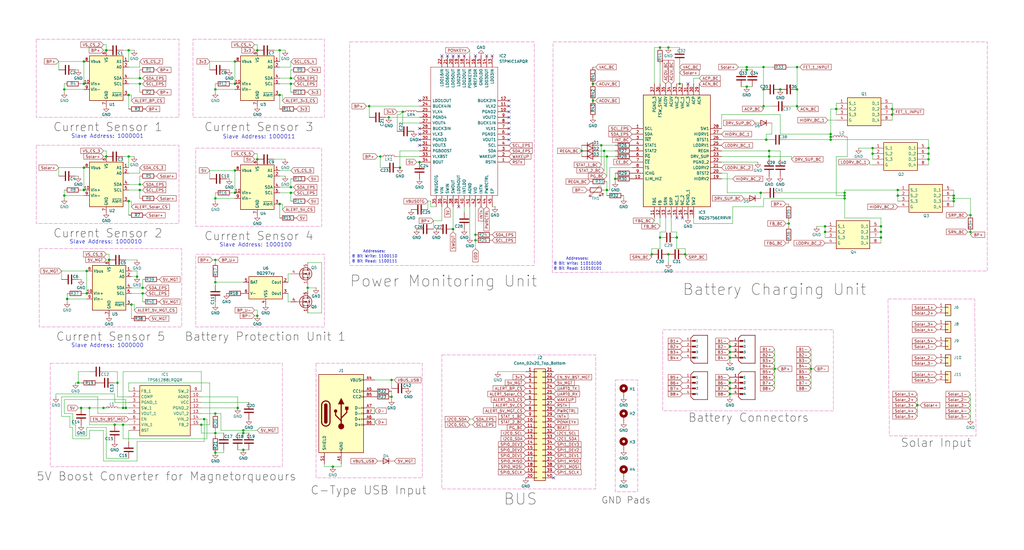
<source format=kicad_sch>
(kicad_sch (version 20250114) (generator "eeschema") (generator_version "9.0")
  (paper "User" 465 250)
  (title_block (title "Electrical Power Sub-System") (date "2025-06-27") (company "Astralis"))
  (lib_symbols
    (symbol "BQ25756E:BQ25756ERRVR"
      (property "Reference" "IC" (at 36.83 20.32 0))
      (property "Value" "BQ25756ERRVR" (at 36.83 17.78 0))
      (symbol "BQ25756ERRVR_1_1"
        (pin passive line (at 0 0 0) (length 5.08) (name "SCL") (number "1"))
        (pin passive line (at 0 -2.54 0) (length 5.08) (name "SDA") (number "2"))
        (pin passive line (at 0 -5.08 0) (length 5.08) (name "~{INT}") (number "3"))
        (pin passive line (at 0 -7.62 0) (length 5.08) (name "STAT1") (number "4"))
        (pin passive line (at 0 -10.16 0) (length 5.08) (name "STAT2") (number "5"))
        (pin passive line (at 0 -12.7 0) (length 5.08) (name "~{PG}") (number "6"))
        (pin passive line (at 0 -15.24 0) (length 5.08) (name "~{CE}") (number "7"))
        (pin passive line (at 0 -17.78 0) (length 5.08) (name "TS") (number "8"))
        (pin passive line (at 0 -20.32 0) (length 5.08) (name "ICHG") (number "9"))
        (pin passive line (at 0 -22.86 0) (length 5.08) (name "ILIM_HIZ") (number "10"))
        (pin passive line (at 10.16 20.32 270) (length 5.08) (name "PGND_3") (number "37"))
        (pin passive line (at 10.16 -40.64 90) (length 5.08) (name "FBG") (number "11"))
        (pin passive line (at 12.7 20.32 270) (length 5.08) (name "FSW_SYNC") (number "36"))
        (pin passive line (at 12.7 -40.64 90) (length 5.08) (name "FB") (number "12"))
        (pin passive line (at 15.24 20.32 270) (length 5.08) (name "ACOV") (number "35"))
        (pin passive line (at 15.24 -40.64 90) (length 5.08) (name "SRN") (number "13"))
        (pin passive line (at 17.78 20.32 270) (length 5.08) (name "ACUV") (number "34"))
        (pin passive line (at 17.78 -40.64 90) (length 5.08) (name "SRP") (number "14"))
        (pin passive line (at 20.32 20.32 270) (length 5.08) (name "VAC_2") (number "33"))
        (pin passive line (at 20.32 -40.64 90) (length 5.08) (name "NC_1") (number "15"))
        (pin passive line (at 22.86 20.32 270) (length 5.08) (name "VAC_1") (number "32"))
        (pin passive line (at 22.86 -40.64 90) (length 5.08) (name "NC_2") (number "16"))
        (pin passive line (at 25.4 20.32 270) (length 5.08) (name "NC_3") (number "31"))
        (pin passive line (at 25.4 -40.64 90) (length 5.08) (name "PGND_1") (number "17"))
        (pin passive line (at 27.94 20.32 270) (length 5.08) (name "ACP") (number "30"))
        (pin passive line (at 27.94 -40.64 90) (length 5.08) (name "SW2") (number "18"))
        (pin passive line (at 30.48 20.32 270) (length 5.08) (name "ACN") (number "29"))
        (pin passive line (at 40.64 0 180) (length 5.08) (name "SW1") (number "28"))
        (pin passive line (at 40.64 -2.54 180) (length 5.08) (name "HIDRV1") (number "27"))
        (pin passive line (at 40.64 -5.08 180) (length 5.08) (name "BTST1") (number "26"))
        (pin passive line (at 40.64 -7.62 180) (length 5.08) (name "LODRV1") (number "25"))
        (pin passive line (at 40.64 -10.16 180) (length 5.08) (name "REGN") (number "24"))
        (pin passive line (at 40.64 -12.7 180) (length 5.08) (name "DRV_SUP") (number "23"))
        (pin passive line (at 40.64 -15.24 180) (length 5.08) (name "PGND_2") (number "22"))
        (pin passive line (at 40.64 -17.78 180) (length 5.08) (name "LODRV2") (number "21"))
        (pin passive line (at 40.64 -20.32 180) (length 5.08) (name "BTST2") (number "20"))
        (pin passive line (at 40.64 -22.86 180) (length 5.08) (name "HIDRV2") (number "19"))
      )
    )
    (symbol "Battery_Management:BQ297xy"
      (property "Reference" "U" (at -6.35 6.35 0))
      (property "Value" "BQ297xy" (at 5.08 -6.35 0))
      (symbol "BQ297xy_1_1"
        (pin input line (at -10.16 2.54 0) (length 2.54) (name "BAT") (number "5"))
        (pin input line (at -10.16 -2.54 0) (length 2.54) (name "V-") (number "6"))
        (pin power_in line (at 0 -7.62 90) (length 2.54) (name "VSS") (number "4"))
        (pin no_connect line (at 7.62 0 180) (length 2.54) (hide yes) (name "NC") (number "1"))
        (pin output line (at 10.16 2.54 180) (length 2.54) (name "Cout") (number "2"))
        (pin output line (at 10.16 -2.54 180) (length 2.54) (name "Dout") (number "3"))
      )
    )
    (symbol "Connector:USB_C_Receptacle_USB2.0_14P" (pin_names (offset 1.016))
      (property "Reference" "J" (at 0 22.225 0))
      (property "Value" "USB_C_Receptacle_USB2.0_14P" (at 0 19.685 0))
      (symbol "USB_C_Receptacle_USB2.0_14P_1_1"
        (pin passive line (at -7.62 -22.86 90) (length 5.08) (name "SHIELD") (number "S1"))
        (pin passive line (at 0 -22.86 90) (length 5.08) (name "GND") (number "A1"))
        (pin passive line (at 0 -22.86 90) (length 5.08) (hide yes) (name "GND") (number "A12"))
        (pin passive line (at 0 -22.86 90) (length 5.08) (hide yes) (name "GND") (number "B1"))
        (pin passive line (at 0 -22.86 90) (length 5.08) (hide yes) (name "GND") (number "B12"))
        (pin passive line (at 15.24 15.24 180) (length 5.08) (name "VBUS") (number "A4"))
        (pin passive line (at 15.24 15.24 180) (length 5.08) (hide yes) (name "VBUS") (number "A9"))
        (pin passive line (at 15.24 15.24 180) (length 5.08) (hide yes) (name "VBUS") (number "B4"))
        (pin passive line (at 15.24 15.24 180) (length 5.08) (hide yes) (name "VBUS") (number "B9"))
        (pin bidirectional line (at 15.24 10.16 180) (length 5.08) (name "CC1") (number "A5"))
        (pin bidirectional line (at 15.24 7.62 180) (length 5.08) (name "CC2") (number "B5"))
        (pin bidirectional line (at 15.24 2.54 180) (length 5.08) (name "D-") (number "A7"))
        (pin bidirectional line (at 15.24 0 180) (length 5.08) (name "D-") (number "B7"))
        (pin bidirectional line (at 15.24 -2.54 180) (length 5.08) (name "D+") (number "A6"))
        (pin bidirectional line (at 15.24 -5.08 180) (length 5.08) (name "D+") (number "B6"))
      )
    )
    (symbol "Connector_Generic:Conn_01x02" (pin_names (offset 1.016) (hide yes))
      (property "Reference" "J" (at 0 2.54 0))
      (property "Value" "Conn_01x02" (at 0 -5.08 0))
      (symbol "Conn_01x02_1_1"
        (pin passive line (at -5.08 0 0) (length 3.81) (name "Pin_1") (number "1"))
        (pin passive line (at -5.08 -2.54 0) (length 3.81) (name "Pin_2") (number "2"))
      )
    )
    (symbol "Connector_Generic:Conn_02x20_Top_Bottom" (pin_names (offset 1.016) (hide yes))
      (property "Reference" "J" (at 1.27 25.4 0))
      (property "Value" "Conn_02x20_Top_Bottom" (at 1.27 -27.94 0))
      (symbol "Conn_02x20_Top_Bottom_1_1"
        (pin passive line (at -5.08 22.86 0) (length 3.81) (name "Pin_1") (number "1"))
        (pin passive line (at -5.08 20.32 0) (length 3.81) (name "Pin_2") (number "2"))
        (pin passive line (at -5.08 17.78 0) (length 3.81) (name "Pin_3") (number "3"))
        (pin passive line (at -5.08 15.24 0) (length 3.81) (name "Pin_4") (number "4"))
        (pin passive line (at -5.08 12.7 0) (length 3.81) (name "Pin_5") (number "5"))
        (pin passive line (at -5.08 10.16 0) (length 3.81) (name "Pin_6") (number "6"))
        (pin passive line (at -5.08 7.62 0) (length 3.81) (name "Pin_7") (number "7"))
        (pin passive line (at -5.08 5.08 0) (length 3.81) (name "Pin_8") (number "8"))
        (pin passive line (at -5.08 2.54 0) (length 3.81) (name "Pin_9") (number "9"))
        (pin passive line (at -5.08 0 0) (length 3.81) (name "Pin_10") (number "10"))
        (pin passive line (at -5.08 -2.54 0) (length 3.81) (name "Pin_11") (number "11"))
        (pin passive line (at -5.08 -5.08 0) (length 3.81) (name "Pin_12") (number "12"))
        (pin passive line (at -5.08 -7.62 0) (length 3.81) (name "Pin_13") (number "13"))
        (pin passive line (at -5.08 -10.16 0) (length 3.81) (name "Pin_14") (number "14"))
        (pin passive line (at -5.08 -12.7 0) (length 3.81) (name "Pin_15") (number "15"))
        (pin passive line (at -5.08 -15.24 0) (length 3.81) (name "Pin_16") (number "16"))
        (pin passive line (at -5.08 -17.78 0) (length 3.81) (name "Pin_17") (number "17"))
        (pin passive line (at -5.08 -20.32 0) (length 3.81) (name "Pin_18") (number "18"))
        (pin passive line (at -5.08 -22.86 0) (length 3.81) (name "Pin_19") (number "19"))
        (pin passive line (at -5.08 -25.4 0) (length 3.81) (name "Pin_20") (number "20"))
        (pin passive line (at 7.62 22.86 180) (length 3.81) (name "Pin_21") (number "21"))
        (pin passive line (at 7.62 20.32 180) (length 3.81) (name "Pin_22") (number "22"))
        (pin passive line (at 7.62 17.78 180) (length 3.81) (name "Pin_23") (number "23"))
        (pin passive line (at 7.62 15.24 180) (length 3.81) (name "Pin_24") (number "24"))
        (pin passive line (at 7.62 12.7 180) (length 3.81) (name "Pin_25") (number "25"))
        (pin passive line (at 7.62 10.16 180) (length 3.81) (name "Pin_26") (number "26"))
        (pin passive line (at 7.62 7.62 180) (length 3.81) (name "Pin_27") (number "27"))
        (pin passive line (at 7.62 5.08 180) (length 3.81) (name "Pin_28") (number "28"))
        (pin passive line (at 7.62 2.54 180) (length 3.81) (name "Pin_29") (number "29"))
        (pin passive line (at 7.62 0 180) (length 3.81) (name "Pin_30") (number "30"))
        (pin passive line (at 7.62 -2.54 180) (length 3.81) (name "Pin_31") (number "31"))
        (pin passive line (at 7.62 -5.08 180) (length 3.81) (name "Pin_32") (number "32"))
        (pin passive line (at 7.62 -7.62 180) (length 3.81) (name "Pin_33") (number "33"))
        (pin passive line (at 7.62 -10.16 180) (length 3.81) (name "Pin_34") (number "34"))
        (pin passive line (at 7.62 -12.7 180) (length 3.81) (name "Pin_35") (number "35"))
        (pin passive line (at 7.62 -15.24 180) (length 3.81) (name "Pin_36") (number "36"))
        (pin passive line (at 7.62 -17.78 180) (length 3.81) (name "Pin_37") (number "37"))
        (pin passive line (at 7.62 -20.32 180) (length 3.81) (name "Pin_38") (number "38"))
        (pin passive line (at 7.62 -22.86 180) (length 3.81) (name "Pin_39") (number "39"))
        (pin passive line (at 7.62 -25.4 180) (length 3.81) (name "Pin_40") (number "40"))
      )
    )
    (symbol "Device:C" (pin_numbers (hide yes)) (pin_names (offset 0.254))
      (property "Reference" "C" (at 0.635 2.54 0))
      (property "Value" "C" (at 0.635 -2.54 0))
      (symbol "C_1_1"
        (pin passive line (at 0 3.81 270) (length 2.794) (name "~") (number "1"))
        (pin passive line (at 0 -3.81 90) (length 2.794) (name "~") (number "2"))
      )
    )
    (symbol "Device:L" (pin_numbers (hide yes)) (pin_names (offset 1.016) (hide yes))
      (property "Reference" "L" (at -1.27 0 90))
      (property "Value" "L" (at 1.905 0 90))
      (symbol "L_1_1"
        (pin passive line (at 0 3.81 270) (length 1.27) (name "1") (number "1"))
        (pin passive line (at 0 -3.81 90) (length 1.27) (name "2") (number "2"))
      )
    )
    (symbol "Device:R" (pin_numbers (hide yes)) (pin_names (offset 0))
      (property "Reference" "R" (at 2.032 0 90))
      (property "Value" "R" (at 0 0 90))
      (symbol "R_1_1"
        (pin passive line (at 0 3.81 270) (length 1.27) (name "~") (number "1"))
        (pin passive line (at 0 -3.81 90) (length 1.27) (name "~") (number "2"))
      )
    )
    (symbol "Device:Thermistor_NTC" (pin_numbers (hide yes)) (pin_names (offset 0))
      (property "Reference" "TH" (at -4.445 0 90))
      (property "Value" "Thermistor_NTC" (at 3.175 0 90))
      (symbol "Thermistor_NTC_1_1"
        (pin passive line (at 0 3.81 270) (length 1.27) (name "~") (number "1"))
        (pin passive line (at 0 -3.81 90) (length 1.27) (name "~") (number "2"))
      )
    )
    (symbol "Diode:1N4148WT" (pin_numbers (hide yes)) (pin_names (hide yes))
      (property "Reference" "D" (at 0 2.54 0))
      (property "Value" "1N4148WT" (at 0 -2.54 0))
      (symbol "1N4148WT_1_1"
        (pin passive line (at -3.81 0 0) (length 2.54) (name "K") (number "1"))
        (pin passive line (at 3.81 0 180) (length 2.54) (name "A") (number "2"))
      )
    )
    (symbol "JST_XH_B4B-XH-A_1x04_P2.50mm:B4B-XH-A" (pin_names (offset 1.016))
      (property "Value" "B4B-XH-A" (at -5.334 -9.906 0))
      (symbol "B4B-XH-A_0_0"
        (pin passive line (at -7.62 2.54 0) (length 5.08) (name "1") (number "1"))
        (pin passive line (at -7.62 0 0) (length 5.08) (name "2") (number "2"))
        (pin passive line (at -7.62 -2.54 0) (length 5.08) (name "3") (number "3"))
        (pin passive line (at -7.62 -5.08 0) (length 5.08) (name "4") (number "4"))
      )
    )
    (symbol "Mechanical:MountingHole_Pad" (pin_numbers (hide yes)) (pin_names (offset 1.016) (hide yes)) (in_bom no)
      (property "Reference" "H" (at 0 6.35 0))
      (property "Value" "MountingHole_Pad" (at 0 4.445 0))
      (symbol "MountingHole_Pad_1_1"
        (pin input line (at 0 -2.54 90) (length 2.54) (name "1") (number "1"))
      )
    )
    (symbol "Mosfet 20A, 30V:SISA14DN-T1-GE3"
      (property "Reference" "Q" (at 21.59 7.62 0))
      (property "Value" "SISA14DN-T1-GE3" (at 21.59 5.08 0))
      (symbol "SISA14DN-T1-GE3_1_1"
        (pin passive line (at 0 0 0) (length 5.08) (name "S_1") (number "1"))
        (pin passive line (at 0 -2.54 0) (length 5.08) (name "S_2") (number "2"))
        (pin passive line (at 0 -5.08 0) (length 5.08) (name "S_3") (number "3"))
        (pin passive line (at 0 -7.62 0) (length 5.08) (name "G") (number "4"))
        (pin passive line (at 25.4 0 180) (length 5.08) (name "D_1") (number "5"))
        (pin passive line (at 25.4 -2.54 180) (length 5.08) (name "D_2") (number "6"))
        (pin passive line (at 25.4 -5.08 180) (length 5.08) (name "D_3") (number "7"))
        (pin passive line (at 25.4 -7.62 180) (length 5.08) (name "D_4") (number "8"))
      )
    )
    (symbol "STPMIC1A:STPMIC1APQR" (pin_names (offset 0.762))
      (property "Reference" "IC" (at 36.83 20.32 0))
      (property "Value" "STPMIC1APQR" (at 36.83 17.78 0))
      (symbol "STPMIC1APQR_0_0"
        (pin passive line (at 0 0 0) (length 5.08) (name "RSTN") (number "1"))
        (pin passive line (at 0 -2.54 0) (length 5.08) (name "WAKEUP") (number "2"))
        (pin passive line (at 0 -5.08 0) (length 5.08) (name "SDA") (number "3"))
        (pin passive line (at 0 -7.62 0) (length 5.08) (name "SCL") (number "4"))
        (pin passive line (at 0 -10.16 0) (length 5.08) (name "VOUT1") (number "5"))
        (pin passive line (at 0 -12.7 0) (length 5.08) (name "PGND1") (number "6"))
        (pin passive line (at 0 -15.24 0) (length 5.08) (name "VLX1") (number "7"))
        (pin passive line (at 0 -17.78 0) (length 5.08) (name "BUCK1IN") (number "8"))
        (pin passive line (at 0 -20.32 0) (length 5.08) (name "VOUT2") (number "9"))
        (pin passive line (at 0 -22.86 0) (length 5.08) (name "PGND2") (number "10"))
        (pin passive line (at 0 -25.4 0) (length 5.08) (name "VLX2") (number "11"))
        (pin passive line (at 0 -27.94 0) (length 5.08) (name "BUCK2IN") (number "12"))
        (pin passive line (at 7.62 20.32 270) (length 5.08) (name "EP") (number "45"))
        (pin passive line (at 7.62 -48.26 90) (length 5.08) (name "LDO3IN") (number "13"))
        (pin passive line (at 10.16 20.32 270) (length 5.08) (name "PWRCTRL") (number "44"))
        (pin passive line (at 10.16 -48.26 90) (length 5.08) (name "LDO3OUT") (number "14"))
        (pin passive line (at 12.7 20.32 270) (length 5.08) (name "INTN") (number "43"))
        (pin passive line (at 12.7 -48.26 90) (length 5.08) (name "GNDLDO") (number "15"))
        (pin passive line (at 15.24 20.32 270) (length 5.08) (name "VIO") (number "42"))
        (pin passive line (at 15.24 -48.26 90) (length 5.08) (name "VREFDDR") (number "16"))
        (pin passive line (at 17.78 20.32 270) (length 5.08) (name "AGND") (number "41"))
        (pin passive line (at 17.78 -48.26 90) (length 5.08) (name "PONKEYN") (number "17"))
        (pin passive line (at 20.32 20.32 270) (length 5.08) (name "INTLDO") (number "40"))
        (pin passive line (at 20.32 -48.26 90) (length 5.08) (name "LDO2OUT") (number "18"))
        (pin passive line (at 22.86 20.32 270) (length 5.08) (name "LDO4OUT") (number "39"))
        (pin passive line (at 22.86 -48.26 90) (length 5.08) (name "LDO25IN") (number "19"))
        (pin passive line (at 25.4 20.32 270) (length 5.08) (name "SWOUT") (number "38"))
        (pin passive line (at 25.4 -48.26 90) (length 5.08) (name "LDO5OUT") (number "20"))
        (pin passive line (at 27.94 20.32 270) (length 5.08) (name "SWIN") (number "37"))
        (pin passive line (at 27.94 -48.26 90) (length 5.08) (name "LDO6OUT") (number "21"))
        (pin passive line (at 30.48 20.32 270) (length 5.08) (name "VIN") (number "36"))
        (pin passive line (at 30.48 -48.26 90) (length 5.08) (name "LDO16IN") (number "22"))
        (pin passive line (at 33.02 20.32 270) (length 5.08) (name "VBUSOTG") (number "35"))
        (pin passive line (at 40.64 0 180) (length 5.08) (name "BOUT") (number "34"))
        (pin passive line (at 40.64 -2.54 180) (length 5.08) (name "VLXBST") (number "33"))
        (pin passive line (at 40.64 -5.08 180) (length 5.08) (name "PGBOOST") (number "32"))
        (pin passive line (at 40.64 -7.62 180) (length 5.08) (name "VOUT3") (number "31"))
        (pin passive line (at 40.64 -10.16 180) (length 5.08) (name "PGND3") (number "30"))
        (pin passive line (at 40.64 -12.7 180) (length 5.08) (name "VLX3") (number "29"))
        (pin passive line (at 40.64 -15.24 180) (length 5.08) (name "BUCK3IN") (number "28"))
        (pin passive line (at 40.64 -17.78 180) (length 5.08) (name "VOUT4") (number "27"))
        (pin passive line (at 40.64 -20.32 180) (length 5.08) (name "PGND4") (number "26"))
        (pin passive line (at 40.64 -22.86 180) (length 5.08) (name "VLX4") (number "25"))
        (pin passive line (at 40.64 -25.4 180) (length 5.08) (name "BUCK4IN") (number "24"))
        (pin passive line (at 40.64 -27.94 180) (length 5.08) (name "LDO1OUT") (number "23"))
      )
    )
    (symbol "Sensor_Energy:INA226"
      (property "Reference" "U" (at -6.35 11.43 0))
      (property "Value" "INA226" (at 3.81 11.43 0))
      (symbol "INA226_1_1"
        (pin input line (at -10.16 7.62 0) (length 2.54) (name "Vbus") (number "8"))
        (pin input line (at -10.16 -2.54 0) (length 2.54) (name "Vin+") (number "10"))
        (pin input line (at -10.16 -5.08 0) (length 2.54) (name "Vin-") (number "9"))
        (pin power_in line (at 0 12.7 270) (length 2.54) (name "VS") (number "6"))
        (pin power_in line (at 0 -12.7 90) (length 2.54) (name "GND") (number "7"))
        (pin input line (at 10.16 7.62 180) (length 2.54) (name "A1") (number "1"))
        (pin input line (at 10.16 5.08 180) (length 2.54) (name "A0") (number "2"))
        (pin bidirectional line (at 10.16 0 180) (length 2.54) (name "SDA") (number "4"))
        (pin input line (at 10.16 -2.54 180) (length 2.54) (name "SCL") (number "5"))
        (pin open_collector line (at 10.16 -7.62 180) (length 2.54) (name "~{Alert}") (number "3"))
      )
    )
    (symbol "TPS61288LRQQR:TPS61288LRQQR"
      (property "Reference" "IC" (at 29.21 7.62 0))
      (property "Value" "TPS61288LRQQR" (at 29.21 5.08 0))
      (symbol "TPS61288LRQQR_1_1"
        (pin passive line (at 0 0 0) (length 5.08) (name "FB_1") (number "1"))
        (pin passive line (at 0 -2.54 0) (length 5.08) (name "COMP") (number "2"))
        (pin passive line (at 0 -5.08 0) (length 5.08) (name "PGND_1") (number "3"))
        (pin passive line (at 0 -7.62 0) (length 5.08) (name "SW_1") (number "4"))
        (pin passive line (at 0 -10.16 0) (length 5.08) (name "VOUT_1") (number "5"))
        (pin passive line (at 0 -12.7 0) (length 5.08) (name "EN") (number "6"))
        (pin passive line (at 0 -15.24 0) (length 5.08) (name "VIN_1") (number "7"))
        (pin passive line (at 0 -17.78 0) (length 5.08) (name "BST") (number "8"))
        (pin passive line (at 33.02 0 180) (length 5.08) (name "SW_2") (number "9"))
        (pin passive line (at 33.02 -2.54 180) (length 5.08) (name "AGND") (number "10"))
        (pin passive line (at 33.02 -5.08 180) (length 5.08) (name "VCC") (number "11"))
        (pin passive line (at 33.02 -7.62 180) (length 5.08) (name "PGND_2") (number "12"))
        (pin passive line (at 33.02 -10.16 180) (length 5.08) (name "VOUT_2") (number "13"))
        (pin passive line (at 33.02 -12.7 180) (length 5.08) (name "VIN_2") (number "14"))
        (pin passive line (at 33.02 -15.24 180) (length 5.08) (name "FB_2") (number "15"))
      )
    )
    (symbol "Transistor_FET:CSD16401Q5" (pin_names (hide yes))
      (property "Reference" "Q" (at 5.08 1.905 0))
      (property "Value" "CSD16401Q5" (at 5.08 0 0))
      (symbol "CSD16401Q5_1_1"
        (pin passive line (at -5.08 0 0) (length 2.54) (name "G") (number "4"))
        (pin passive line (at 2.54 5.08 270) (length 2.54) (name "D") (number "5"))
        (pin passive line (at 2.54 -5.08 90) (length 2.54) (name "S") (number "1"))
        (pin passive line (at 2.54 -5.08 90) (length 2.54) (hide yes) (name "S") (number "2"))
        (pin passive line (at 2.54 -5.08 90) (length 2.54) (hide yes) (name "S") (number "3"))
      )
    )
    (symbol "power:GND" (power) (pin_numbers (hide yes)) (pin_names (offset 0) (hide yes))
      (property "Value" "GND" (at 0 -3.81 0))
      (symbol "GND_1_1"
        (pin power_in line (at 0 0 270) (length 0) (name "~") (number "1"))
      )
    )
  )
  (text "8 Bit Write: 11010100" (at 262.382 119.888 0) (effects (font (size 1.27 1.27))))
  (text "8 Bit Read: 1100111" (at 170.18 118.872 0) (effects (font (size 1.27 1.27))))
  (text "8 Bit Read: 11010101" (at 262.382 122.174 0) (effects (font (size 1.27 1.27))))
  (text "Slave Address: 1000010\n" (at 48.006 109.982 0) (effects (font (size 1.778 1.778))))
  (text "Slave Address: 1000001\n" (at 48.768 61.976 0) (effects (font (size 1.778 1.778))))
  (text "Slave Address: 1000000\n\n" (at 48.768 158.496 0) (effects (font (size 1.778 1.778))))
  (text "Slave Address: 1000011\n" (at 117.602 62.23 0) (effects (font (size 1.778 1.778))))
  (text "8 Bit Write: 1100110" (at 170.18 116.586 0) (effects (font (size 1.27 1.27))))
  (text "Addresses:" (at 262.128 117.602 0) (effects (font (size 1.27 1.27))))
  (text "Addresses:" (at 169.926 114.3 0) (effects (font (size 1.27 1.27))))
  (text "Slave Address: 1000100\n\n" (at 116.078 112.776 0) (effects (font (size 1.778 1.778))))
  (junction (at 110.49 195.58))
  (junction (at 106.68 77.47))
  (junction (at 295.91 115.57))
  (junction (at 349.25 68.58))
  (junction (at 63.5 86.36))
  (junction (at 311.15 115.57))
  (junction (at 377.19 60.96))
  (junction (at 269.24 45.72))
  (junction (at 361.95 30.48))
  (junction (at 59.69 138.43))
  (junction (at 107.95 185.42))
  (junction (at 361.95 40.64))
  (junction (at 331.47 160.02))
  (junction (at 116.84 72.39))
  (junction (at 177.8 180.34))
  (junction (at 433.07 90.17))
  (junction (at 97.79 187.96))
  (junction (at 190.5 73.66))
  (junction (at 127 92.71))
  (junction (at 269.24 38.1))
  (junction (at 97.79 128.27))
  (junction (at 38.1 38.1))
  (junction (at 205.74 104.14))
  (junction (at 307.34 107.95))
  (junction (at 303.53 115.57))
  (junction (at 351.79 167.64))
  (junction (at 116.84 143.51))
  (junction (at 57.15 185.42))
  (junction (at 215.9 109.22))
  (junction (at 339.09 39.37))
  (junction (at 181.61 76.2))
  (junction (at 139.7 130.81))
  (junction (at 58.42 71.12))
  (junction (at 52.07 193.04))
  (junction (at 274.32 68.58))
  (junction (at 440.69 105.41))
  (junction (at 132.08 87.63))
  (junction (at 106.68 27.94))
  (junction (at 354.33 40.64))
  (junction (at 215.9 106.68))
  (junction (at 349.25 71.12))
  (junction (at 92.71 190.5))
  (junction (at 421.64 69.85))
  (junction (at 400.05 107.95))
  (junction (at 29.21 40.64))
  (junction (at 97.79 196.85))
  (junction (at 116.84 22.86))
  (junction (at 48.26 71.12))
  (junction (at 106.68 38.1))
  (junction (at 339.09 31.75))
  (junction (at 36.83 185.42))
  (junction (at 433.07 88.9))
  (junction (at 331.47 176.53))
  (junction (at 416.56 184.15))
  (junction (at 407.67 86.36))
  (junction (at 35.56 173.99))
  (junction (at 407.67 88.9))
  (junction (at 440.69 97.79))
  (junction (at 106.68 87.63))
  (junction (at 53.34 173.99))
  (junction (at 46.99 185.42))
  (junction (at 346.71 48.26))
  (junction (at 55.88 193.04))
  (junction (at 273.05 66.04))
  (junction (at 63.5 38.1))
  (junction (at 421.64 72.39))
  (junction (at 345.44 87.63))
  (junction (at 383.54 88.9))
  (junction (at 264.16 68.58))
  (junction (at 303.53 21.59))
  (junction (at 405.13 49.53))
  (junction (at 347.98 63.5))
  (junction (at 49.53 118.11))
  (junction (at 97.79 118.11))
  (junction (at 346.71 30.48))
  (junction (at 48.26 22.86))
  (junction (at 308.61 38.1))
  (junction (at 396.24 67.31))
  (junction (at 64.77 130.81))
  (junction (at 132.08 38.1))
  (junction (at 400.05 105.41))
  (junction (at 377.19 63.5))
  (junction (at 275.59 71.12))
  (junction (at 132.08 85.09))
  (junction (at 368.3 167.64))
  (junction (at 331.47 173.99))
  (junction (at 38.1 76.2))
  (junction (at 275.59 86.36))
  (junction (at 39.37 123.19))
  (junction (at 176.53 53.34))
  (junction (at 361.95 48.26))
  (junction (at 62.23 125.73))
  (junction (at 29.21 88.9))
  (junction (at 38.1 27.94))
  (junction (at 39.37 133.35))
  (junction (at 97.79 205.74))
  (junction (at 396.24 69.85))
  (junction (at 379.73 49.53))
  (junction (at 151.13 212.09))
  (junction (at 110.49 196.85))
  (junction (at 400.05 102.87))
  (junction (at 421.64 67.31))
  (junction (at 279.4 81.28))
  (junction (at 127 43.18))
  (junction (at 346.71 40.64))
  (junction (at 182.88 50.8))
  (junction (at 331.47 157.48))
  (junction (at 339.09 30.48))
  (junction (at 374.65 102.87))
  (junction (at 167.64 48.26))
  (junction (at 177.8 172.72))
  (junction (at 331.47 162.56))
  (junction (at 383.54 87.63))
  (junction (at 405.13 52.07))
  (junction (at 97.79 90.17))
  (junction (at 299.72 21.59))
  (junction (at 299.72 107.95))
  (junction (at 91.44 193.04))
  (junction (at 383.54 90.17))
  (junction (at 63.5 35.56))
  (junction (at 110.49 204.47))
  (junction (at 97.79 40.64))
  (junction (at 64.77 133.35))
  (junction (at 132.08 35.56))
  (junction (at 40.64 185.42))
  (junction (at 374.65 105.41))
  (junction (at 358.14 101.6))
  (junction (at 30.48 135.89))
  (junction (at 331.47 179.07))
  (junction (at 58.42 43.18))
  (junction (at 63.5 83.82))
  (junction (at 58.42 22.86))
  (junction (at 172.72 71.12))
  (junction (at 55.88 185.42))
  (junction (at 433.07 91.44))
  (junction (at 377.19 62.23))
  (junction (at 38.1 86.36))
  (junction (at 127 22.86))
  (junction (at 58.42 91.44))
  (no_connect (at 210.82 25.4))
  (no_connect (at 251.46 217.17))
  (no_connect (at 190.5 60.96))
  (no_connect (at 231.14 63.5))
  (no_connect (at 190.5 66.04))
  (no_connect (at 231.14 53.34))
  (no_connect (at 200.66 25.4))
  (no_connect (at 208.28 93.98))
  (no_connect (at 231.14 55.88))
  (no_connect (at 312.42 38.1))
  (no_connect (at 231.14 45.72))
  (no_connect (at 190.5 45.72))
  (no_connect (at 223.52 25.4))
  (no_connect (at 203.2 25.4))
  (no_connect (at 231.14 58.42))
  (no_connect (at 220.98 25.4))
  (no_connect (at 208.28 25.4))
  (no_connect (at 205.74 25.4))
  (no_connect (at 190.5 63.5))
  (no_connect (at 190.5 58.42))
  (no_connect (at 215.9 25.4))
  (no_connect (at 231.14 48.26))
  (no_connect (at 307.34 99.06))
  (no_connect (at 309.88 99.06))
  (no_connect (at 231.14 60.96))
  (no_connect (at 231.14 50.8))
  (wire (pts (xy 361.95 30.48) (xy 363.22 30.48)))
  (wire (pts (xy 307.34 105.41) (xy 307.34 107.95)))
  (wire (pts (xy 58.42 71.12) (xy 58.42 76.2)))
  (wire (pts (xy 55.88 185.42) (xy 57.15 185.42)))
  (wire (pts (xy 97.79 40.64) (xy 106.68 40.64)))
  (wire (pts (xy 339.09 39.37) (xy 341.63 39.37)))
  (wire (pts (xy 336.55 31.75) (xy 339.09 31.75)))
  (wire (pts (xy 147.32 212.09) (xy 147.32 210.82)))
  (wire (pts (xy 36.83 38.1) (xy 38.1 38.1)))
  (wire (pts (xy 339.09 30.48) (xy 346.71 30.48)))
  (wire (pts (xy 345.44 87.63) (xy 345.44 90.17)))
  (wire (pts (xy 130.81 137.16) (xy 132.08 137.16)))
  (wire (pts (xy 53.34 168.91) (xy 53.34 173.99)))
  (wire (pts (xy 167.64 48.26) (xy 167.64 53.34)))
  (wire (pts (xy 132.08 38.1) (xy 132.08 41.91)))
  (wire (pts (xy 347.98 60.96) (xy 347.98 63.5)))
  (wire (pts (xy 400.05 107.95) (xy 400.05 110.49)))
  (wire (pts (xy 270.51 45.72) (xy 269.24 45.72)))
  (wire (pts (xy 91.44 180.34) (xy 107.95 180.34)))
  (wire (pts (xy 307.34 113.03) (xy 311.15 113.03)))
  (wire (pts (xy 377.19 49.53) (xy 377.19 60.96)))
  (wire (pts (xy 58.42 177.8) (xy 58.42 173.99)))
  (wire (pts (xy 34.29 198.12) (xy 34.29 193.04)))
  (wire (pts (xy 58.42 38.1) (xy 63.5 38.1)))
  (wire (pts (xy 213.36 107.95) (xy 213.36 93.98)))
  (wire (pts (xy 48.26 208.28) (xy 58.42 208.28)))
  (wire (pts (xy 116.84 20.32) (xy 116.84 22.86)))
  (wire (pts (xy 39.37 123.19) (xy 39.37 133.35)))
  (wire (pts (xy 331.47 176.53) (xy 331.47 179.07)))
  (wire (pts (xy 297.18 21.59) (xy 297.18 38.1)))
  (wire (pts (xy 383.54 88.9) (xy 383.54 90.17)))
  (wire (pts (xy 181.61 52.07) (xy 182.88 50.8)))
  (wire (pts (xy 91.44 193.04) (xy 91.44 196.85)))
  (wire (pts (xy 331.47 160.02) (xy 331.47 162.56)))
  (wire (pts (xy 177.8 176.53) (xy 177.8 172.72)))
  (wire (pts (xy 421.64 67.31) (xy 421.64 69.85)))
  (wire (pts (xy 116.84 140.97) (xy 116.84 143.51)))
  (wire (pts (xy 95.25 27.94) (xy 95.25 31.75)))
  (wire (pts (xy 295.91 115.57) (xy 295.91 116.84)))
  (wire (pts (xy 361.95 40.64) (xy 361.95 30.48)))
  (wire (pts (xy 379.73 71.12) (xy 379.73 88.9)))
  (wire (pts (xy 302.26 99.06) (xy 302.26 105.41)))
  (wire (pts (xy 97.79 41.91) (xy 97.79 40.64)))
  (wire (pts (xy 107.95 204.47) (xy 110.49 204.47)))
  (wire (pts (xy 110.49 195.58) (xy 110.49 196.85)))
  (wire (pts (xy 177.8 172.72) (xy 179.07 172.72)))
  (wire (pts (xy 146.05 142.24) (xy 139.7 142.24)))
  (wire (pts (xy 377.19 63.5) (xy 421.64 63.5)))
  (wire (pts (xy 190.5 68.58) (xy 181.61 68.58)))
  (wire (pts (xy 30.48 135.89) (xy 39.37 135.89)))
  (wire (pts (xy 132.08 27.94) (xy 132.08 30.48)))
  (wire (pts (xy 327.66 73.66) (xy 344.17 73.66)))
  (wire (pts (xy 377.19 62.23) (xy 377.19 63.5)))
  (wire (pts (xy 213.36 22.86) (xy 213.36 25.4)))
  (wire (pts (xy 383.54 87.63) (xy 383.54 88.9)))
  (wire (pts (xy 302.26 105.41) (xy 299.72 105.41)))
  (wire (pts (xy 196.85 100.33) (xy 196.85 104.14)))
  (wire (pts (xy 189.23 73.66) (xy 190.5 73.66)))
  (wire (pts (xy 375.92 54.61) (xy 379.73 54.61)))
  (wire (pts (xy 48.26 118.11) (xy 49.53 118.11)))
  (wire (pts (xy 62.23 200.66) (xy 92.71 200.66)))
  (wire (pts (xy 55.88 185.42) (xy 54.61 185.42)))
  (wire (pts (xy 170.18 172.72) (xy 177.8 172.72)))
  (wire (pts (xy 384.81 71.12) (xy 379.73 71.12)))
  (wire (pts (xy 384.81 62.23) (xy 384.81 71.12)))
  (wire (pts (xy 394.97 74.93) (xy 396.24 74.93)))
  (wire (pts (xy 46.99 195.58) (xy 46.99 209.55)))
  (wire (pts (xy 58.42 91.44) (xy 58.42 97.79)))
  (wire (pts (xy 400.05 102.87) (xy 400.05 105.41)))
  (wire (pts (xy 55.88 71.12) (xy 58.42 71.12)))
  (wire (pts (xy 35.56 127) (xy 36.83 127)))
  (wire (pts (xy 97.79 91.44) (xy 97.79 90.17)))
  (wire (pts (xy 299.72 99.06) (xy 299.72 102.87)))
  (wire (pts (xy 440.69 90.17) (xy 440.69 97.79)))
  (wire (pts (xy 361.95 30.48) (xy 358.14 30.48)))
  (wire (pts (xy 62.23 123.19) (xy 62.23 125.73)))
  (wire (pts (xy 110.49 128.27) (xy 97.79 128.27)))
  (wire (pts (xy 350.52 55.88) (xy 350.52 60.96)))
  (wire (pts (xy 58.42 43.18) (xy 58.42 49.53)))
  (wire (pts (xy 128.27 92.71) (xy 128.27 95.25)))
  (wire (pts (xy 331.47 173.99) (xy 331.47 176.53)))
  (wire (pts (xy 147.32 212.09) (xy 151.13 212.09)))
  (wire (pts (xy 130.81 124.46) (xy 132.08 124.46)))
  (wire (pts (xy 295.91 113.03) (xy 295.91 115.57)))
  (wire (pts (xy 107.95 180.34) (xy 107.95 185.42)))
  (wire (pts (xy 379.73 49.53) (xy 379.73 52.07)))
  (wire (pts (xy 359.41 71.12) (xy 359.41 72.39)))
  (wire (pts (xy 132.08 31.75) (xy 132.08 35.56)))
  (wire (pts (xy 116.84 69.85) (xy 116.84 72.39)))
  (wire (pts (xy 407.67 88.9) (xy 407.67 91.44)))
  (wire (pts (xy 127 35.56) (xy 132.08 35.56)))
  (wire (pts (xy 29.21 181.61) (xy 57.15 181.61)))
  (wire (pts (xy 330.2 87.63) (xy 345.44 87.63)))
  (wire (pts (xy 297.18 21.59) (xy 299.72 21.59)))
  (wire (pts (xy 58.42 78.74) (xy 63.5 78.74)))
  (wire (pts (xy 102.87 81.28) (xy 104.14 81.28)))
  (wire (pts (xy 97.79 87.63) (xy 97.79 90.17)))
  (wire (pts (xy 63.5 78.74) (xy 63.5 76.2)))
  (wire (pts (xy 264.16 68.58) (xy 264.16 71.12)))
  (wire (pts (xy 308.61 38.1) (xy 309.88 38.1)))
  (wire (pts (xy 39.37 198.12) (xy 34.29 198.12)))
  (wire (pts (xy 311.15 113.03) (xy 311.15 115.57)))
  (wire (pts (xy 354.33 87.63) (xy 383.54 87.63)))
  (wire (pts (xy 91.44 185.42) (xy 107.95 185.42)))
  (wire (pts (xy 97.79 187.96) (xy 100.33 187.96)))
  (wire (pts (xy 100.33 187.96) (xy 100.33 195.58)))
  (wire (pts (xy 370.84 102.87) (xy 374.65 102.87)))
  (wire (pts (xy 383.54 86.36) (xy 383.54 87.63)))
  (wire (pts (xy 139.7 119.38) (xy 146.05 119.38)))
  (wire (pts (xy 213.36 193.04) (xy 214.63 193.04)))
  (wire (pts (xy 346.71 93.98) (xy 346.71 90.17)))
  (wire (pts (xy 331.47 154.94) (xy 331.47 157.48)))
  (wire (pts (xy 170.18 185.42) (xy 170.18 187.96)))
  (wire (pts (xy 60.96 138.43) (xy 60.96 140.97)))
  (wire (pts (xy 26.67 27.94) (xy 38.1 27.94)))
  (wire (pts (xy 194.31 91.44) (xy 195.58 91.44)))
  (wire (pts (xy 29.21 40.64) (xy 38.1 40.64)))
  (wire (pts (xy 40.64 185.42) (xy 40.64 193.04)))
  (wire (pts (xy 433.07 90.17) (xy 440.69 90.17)))
  (wire (pts (xy 368.3 167.64) (xy 368.3 176.53)))
  (wire (pts (xy 30.48 133.35) (xy 30.48 135.89)))
  (wire (pts (xy 105.41 38.1) (xy 106.68 38.1)))
  (wire (pts (xy 433.07 88.9) (xy 433.07 90.17)))
  (wire (pts (xy 63.5 31.75) (xy 63.5 35.56)))
  (wire (pts (xy 308.61 29.21) (xy 308.61 38.1)))
  (wire (pts (xy 92.71 200.66) (xy 92.71 190.5)))
  (wire (pts (xy 347.98 63.5) (xy 349.25 63.5)))
  (wire (pts (xy 210.82 96.52) (xy 210.82 93.98)))
  (wire (pts (xy 95.25 27.94) (xy 106.68 27.94)))
  (wire (pts (xy 205.74 93.98) (xy 205.74 104.14)))
  (wire (pts (xy 354.33 68.58) (xy 354.33 72.39)))
  (wire (pts (xy 132.08 38.1) (xy 133.35 38.1)))
  (wire (pts (xy 132.08 87.63) (xy 132.08 91.44)))
  (wire (pts (xy 33.02 193.04) (xy 33.02 187.96)))
  (wire (pts (xy 349.25 72.39) (xy 349.25 71.12)))
  (wire (pts (xy 350.52 48.26) (xy 346.71 48.26)))
  (wire (pts (xy 46.99 20.32) (xy 48.26 20.32)))
  (wire (pts (xy 274.32 68.58) (xy 274.32 77.47)))
  (wire (pts (xy 180.34 52.07) (xy 180.34 59.69)))
  (wire (pts (xy 297.18 99.06) (xy 297.18 100.33)))
  (wire (pts (xy 379.73 49.53) (xy 377.19 49.53)))
  (wire (pts (xy 283.21 90.17) (xy 283.21 88.9)))
  (wire (pts (xy 349.25 68.58) (xy 354.33 68.58)))
  (wire (pts (xy 30.48 137.16) (xy 30.48 135.89)))
  (wire (pts (xy 63.5 83.82) (xy 64.77 83.82)))
  (wire (pts (xy 346.71 90.17) (xy 383.54 90.17)))
  (wire (pts (xy 314.96 35.56) (xy 314.96 38.1)))
  (wire (pts (xy 44.45 187.96) (xy 44.45 180.34)))
  (wire (pts (xy 92.71 190.5) (xy 91.44 190.5)))
  (wire (pts (xy 358.14 48.26) (xy 361.95 48.26)))
  (wire (pts (xy 128.27 43.18) (xy 128.27 45.72)))
  (wire (pts (xy 176.53 53.34) (xy 190.5 53.34)))
  (wire (pts (xy 64.77 130.81) (xy 66.04 130.81)))
  (wire (pts (xy 396.24 69.85) (xy 396.24 72.39)))
  (wire (pts (xy 374.65 102.87) (xy 374.65 105.41)))
  (wire (pts (xy 57.15 185.42) (xy 58.42 185.42)))
  (wire (pts (xy 115.57 140.97) (xy 116.84 140.97)))
  (wire (pts (xy 274.32 68.58) (xy 279.4 68.58)))
  (wire (pts (xy 274.32 86.36) (xy 275.59 86.36)))
  (wire (pts (xy 91.44 168.91) (xy 91.44 177.8)))
  (wire (pts (xy 105.41 87.63) (xy 106.68 87.63)))
  (wire (pts (xy 58.42 35.56) (xy 63.5 35.56)))
  (wire (pts (xy 275.59 71.12) (xy 279.4 71.12)))
  (wire (pts (xy 383.54 90.17) (xy 383.54 99.06)))
  (wire (pts (xy 63.5 27.94) (xy 63.5 30.48)))
  (wire (pts (xy 215.9 113.03) (xy 215.9 109.22)))
  (wire (pts (xy 172.72 71.12) (xy 172.72 76.2)))
  (wire (pts (xy 35.56 173.99) (xy 35.56 168.91)))
  (wire (pts (xy 58.42 193.04) (xy 55.88 193.04)))
  (wire (pts (xy 124.46 72.39) (xy 129.54 72.39)))
  (wire (pts (xy 195.58 93.98) (xy 198.12 93.98)))
  (wire (pts (xy 331.47 171.45) (xy 331.47 173.99)))
  (wire (pts (xy 127 22.86) (xy 129.54 22.86)))
  (wire (pts (xy 91.44 182.88) (xy 113.03 182.88)))
  (wire (pts (xy 139.7 129.54) (xy 139.7 130.81)))
  (wire (pts (xy 139.7 130.81) (xy 143.51 130.81)))
  (wire (pts (xy 59.69 91.44) (xy 59.69 93.98)))
  (wire (pts (xy 97.79 38.1) (xy 97.79 40.64)))
  (wire (pts (xy 276.86 86.36) (xy 275.59 86.36)))
  (wire (pts (xy 26.67 76.2) (xy 26.67 80.01)))
  (wire (pts (xy 93.98 190.5) (xy 92.71 190.5)))
  (wire (pts (xy 332.74 93.98) (xy 346.71 93.98)))
  (wire (pts (xy 346.71 30.48) (xy 346.71 40.64)))
  (wire (pts (xy 177.8 181.61) (xy 177.8 180.34)))
  (wire (pts (xy 55.88 193.04) (xy 55.88 199.39)))
  (wire (pts (xy 58.42 86.36) (xy 63.5 86.36)))
  (wire (pts (xy 132.08 30.48) (xy 127 30.48)))
  (wire (pts (xy 327.66 68.58) (xy 349.25 68.58)))
  (wire (pts (xy 64.77 133.35) (xy 64.77 137.16)))
  (wire (pts (xy 307.34 107.95) (xy 307.34 113.03)))
  (wire (pts (xy 63.5 35.56) (xy 64.77 35.56)))
  (wire (pts (xy 327.66 58.42) (xy 327.66 52.07)))
  (wire (pts (xy 59.69 123.19) (xy 62.23 123.19)))
  (wire (pts (xy 132.08 87.63) (xy 133.35 87.63)))
  (wire (pts (xy 46.99 22.86) (xy 48.26 22.86)))
  (wire (pts (xy 127 43.18) (xy 127 49.53)))
  (wire (pts (xy 58.42 71.12) (xy 60.96 71.12)))
  (wire (pts (xy 29.21 88.9) (xy 38.1 88.9)))
  (wire (pts (xy 35.56 173.99) (xy 36.83 173.99)))
  (wire (pts (xy 205.74 104.14) (xy 205.74 105.41)))
  (wire (pts (xy 314.96 101.6) (xy 332.74 101.6)))
  (wire (pts (xy 38.1 76.2) (xy 38.1 86.36)))
  (wire (pts (xy 304.8 105.41) (xy 307.34 105.41)))
  (wire (pts (xy 96.52 118.11) (xy 97.79 118.11)))
  (wire (pts (xy 102.87 31.75) (xy 104.14 31.75)))
  (wire (pts (xy 31.75 189.23) (xy 31.75 194.31)))
  (wire (pts (xy 33.02 194.31) (xy 33.02 199.39)))
  (wire (pts (xy 27.94 189.23) (xy 31.75 189.23)))
  (wire (pts (xy 215.9 109.22) (xy 215.9 106.68)))
  (wire (pts (xy 279.4 82.55) (xy 279.4 81.28)))
  (wire (pts (xy 58.42 22.86) (xy 60.96 22.86)))
  (wire (pts (xy 170.18 190.5) (xy 170.18 193.04)))
  (wire (pts (xy 49.53 115.57) (xy 49.53 118.11)))
  (wire (pts (xy 264.16 66.04) (xy 264.16 68.58)))
  (wire (pts (xy 46.99 209.55) (xy 62.23 209.55)))
  (wire (pts (xy 172.72 76.2) (xy 173.99 76.2)))
  (wire (pts (xy 439.42 105.41) (xy 440.69 105.41)))
  (wire (pts (xy 332.74 81.28) (xy 327.66 81.28)))
  (wire (pts (xy 91.44 196.85) (xy 97.79 196.85)))
  (wire (pts (xy 35.56 185.42) (xy 36.83 185.42)))
  (wire (pts (xy 354.33 52.07) (xy 354.33 60.96)))
  (wire (pts (xy 48.26 194.31) (xy 39.37 194.31)))
  (wire (pts (xy 356.87 101.6) (xy 358.14 101.6)))
  (wire (pts (xy 127 22.86) (xy 127 27.94)))
  (wire (pts (xy 55.88 22.86) (xy 58.42 22.86)))
  (wire (pts (xy 304.8 99.06) (xy 304.8 105.41)))
  (wire (pts (xy 29.21 41.91) (xy 29.21 40.64)))
  (wire (pts (xy 63.5 38.1) (xy 63.5 41.91)))
  (wire (pts (xy 327.66 63.5) (xy 347.98 63.5)))
  (wire (pts (xy 154.94 212.09) (xy 154.94 210.82)))
  (wire (pts (xy 115.57 69.85) (xy 116.84 69.85)))
  (wire (pts (xy 180.34 71.12) (xy 190.5 71.12)))
  (wire (pts (xy 63.5 86.36) (xy 63.5 90.17)))
  (wire (pts (xy 330.2 78.74) (xy 330.2 87.63)))
  (wire (pts (xy 64.77 133.35) (xy 66.04 133.35)))
  (wire (pts (xy 339.09 31.75) (xy 341.63 31.75)))
  (wire (pts (xy 63.5 30.48) (xy 58.42 30.48)))
  (wire (pts (xy 63.5 38.1) (xy 64.77 38.1)))
  (wire (pts (xy 58.42 173.99) (xy 95.25 173.99)))
  (wire (pts (xy 358.14 101.6) (xy 358.14 102.87)))
  (wire (pts (xy 327.66 52.07) (xy 354.33 52.07)))
  (wire (pts (xy 314.96 99.06) (xy 314.96 101.6)))
  (wire (pts (xy 171.45 71.12) (xy 172.72 71.12)))
  (wire (pts (xy 97.79 138.43) (xy 97.79 137.16)))
  (wire (pts (xy 433.07 86.36) (xy 433.07 88.9)))
  (wire (pts (xy 58.42 22.86) (xy 58.42 27.94)))
  (wire (pts (xy 335.28 30.48) (xy 339.09 30.48)))
  (wire (pts (xy 39.37 194.31) (xy 39.37 198.12)))
  (wire (pts (xy 35.56 168.91) (xy 40.64 168.91)))
  (wire (pts (xy 273.05 66.04) (xy 273.05 74.93)))
  (wire (pts (xy 46.99 71.12) (xy 48.26 71.12)))
  (wire (pts (xy 299.72 113.03) (xy 295.91 113.03)))
  (wire (pts (xy 127 87.63) (xy 132.08 87.63)))
  (wire (pts (xy 433.07 91.44) (xy 433.07 93.98)))
  (wire (pts (xy 421.64 69.85) (xy 421.64 72.39)))
  (wire (pts (xy 36.83 185.42) (xy 40.64 185.42)))
  (wire (pts (xy 52.07 193.04) (xy 55.88 193.04)))
  (wire (pts (xy 349.25 68.58) (xy 349.25 71.12)))
  (wire (pts (xy 59.69 138.43) (xy 59.69 144.78)))
  (wire (pts (xy 132.08 85.09) (xy 133.35 85.09)))
  (wire (pts (xy 58.42 187.96) (xy 44.45 187.96)))
  (wire (pts (xy 58.42 182.88) (xy 52.07 182.88)))
  (wire (pts (xy 52.07 182.88) (xy 52.07 179.07)))
  (wire (pts (xy 57.15 118.11) (xy 62.23 118.11)))
  (wire (pts (xy 132.08 35.56) (xy 133.35 35.56)))
  (wire (pts (xy 97.79 128.27) (xy 97.79 129.54)))
  (wire (pts (xy 44.45 180.34) (xy 27.94 180.34)))
  (wire (pts (xy 299.72 29.21) (xy 299.72 38.1)))
  (wire (pts (xy 33.02 199.39) (xy 40.64 199.39)))
  (wire (pts (xy 64.77 127) (xy 64.77 130.81)))
  (wire (pts (xy 182.88 50.8) (xy 182.88 55.88)))
  (wire (pts (xy 350.52 60.96) (xy 347.98 60.96)))
  (wire (pts (xy 407.67 86.36) (xy 407.67 88.9)))
  (wire (pts (xy 226.06 168.91) (xy 238.76 168.91)))
  (wire (pts (xy 27.94 180.34) (xy 27.94 189.23)))
  (wire (pts (xy 299.72 105.41) (xy 299.72 107.95)))
  (wire (pts (xy 273.05 66.04) (xy 271.78 66.04)))
  (wire (pts (xy 33.02 187.96) (xy 29.21 187.96)))
  (wire (pts (xy 346.71 48.26) (xy 346.71 49.53)))
  (wire (pts (xy 95.25 77.47) (xy 106.68 77.47)))
  (wire (pts (xy 400.05 99.06) (xy 400.05 102.87)))
  (wire (pts (xy 59.69 91.44) (xy 58.42 91.44)))
  (wire (pts (xy 60.96 138.43) (xy 59.69 138.43)))
  (wire (pts (xy 181.61 68.58) (xy 181.61 76.2)))
  (wire (pts (xy 180.34 50.8) (xy 182.88 50.8)))
  (wire (pts (xy 405.13 49.53) (xy 405.13 52.07)))
  (wire (pts (xy 175.26 53.34) (xy 176.53 53.34)))
  (wire (pts (xy 48.26 194.31) (xy 48.26 208.28)))
  (wire (pts (xy 374.65 105.41) (xy 374.65 107.95)))
  (wire (pts (xy 52.07 179.07) (xy 25.4 179.07)))
  (wire (pts (xy 389.89 67.31) (xy 396.24 67.31)))
  (wire (pts (xy 58.42 195.58) (xy 58.42 200.66)))
  (wire (pts (xy 97.79 196.85) (xy 97.79 198.12)))
  (wire (pts (xy 57.15 181.61) (xy 57.15 185.42)))
  (wire (pts (xy 351.79 167.64) (xy 351.79 176.53)))
  (wire (pts (xy 130.81 133.35) (xy 130.81 137.16)))
  (wire (pts (xy 215.9 106.68) (xy 215.9 93.98)))
  (wire (pts (xy 95.25 173.99) (xy 95.25 193.04)))
  (wire (pts (xy 48.26 20.32) (xy 48.26 22.86)))
  (wire (pts (xy 356.87 92.71) (xy 358.14 92.71)))
  (wire (pts (xy 40.64 199.39) (xy 40.64 195.58)))
  (wire (pts (xy 327.66 78.74) (xy 330.2 78.74)))
  (wire (pts (xy 405.13 46.99) (xy 405.13 49.53)))
  (wire (pts (xy 25.4 179.07) (xy 25.4 180.34)))
  (wire (pts (xy 97.79 118.11) (xy 97.79 119.38)))
  (wire (pts (xy 97.79 205.74) (xy 101.6 205.74)))
  (wire (pts (xy 377.19 60.96) (xy 377.19 62.23)))
  (wire (pts (xy 331.47 162.56) (xy 331.47 163.83)))
  (wire (pts (xy 91.44 187.96) (xy 97.79 187.96)))
  (wire (pts (xy 127 85.09) (xy 132.08 85.09)))
  (wire (pts (xy 421.64 63.5) (xy 421.64 67.31)))
  (wire (pts (xy 303.53 119.38) (xy 303.53 115.57)))
  (wire (pts (xy 26.67 27.94) (xy 26.67 31.75)))
  (wire (pts (xy 339.09 30.48) (xy 339.09 31.75)))
  (wire (pts (xy 40.64 185.42) (xy 46.99 185.42)))
  (wire (pts (xy 132.08 81.28) (xy 132.08 85.09)))
  (wire (pts (xy 356.87 110.49) (xy 358.14 110.49)))
  (wire (pts (xy 307.34 38.1) (xy 308.61 38.1)))
  (wire (pts (xy 97.79 196.85) (xy 101.6 196.85)))
  (wire (pts (xy 146.05 119.38) (xy 146.05 142.24)))
  (wire (pts (xy 358.14 100.33) (xy 358.14 101.6)))
  (wire (pts (xy 421.64 72.39) (xy 421.64 74.93)))
  (wire (pts (xy 95.25 193.04) (xy 91.44 193.04)))
  (wire (pts (xy 63.5 80.01) (xy 63.5 83.82)))
  (wire (pts (xy 34.29 31.75) (xy 35.56 31.75)))
  (wire (pts (xy 151.13 212.09) (xy 154.94 212.09)))
  (wire (pts (xy 62.23 209.55) (xy 62.23 200.66)))
  (wire (pts (xy 394.97 73.66) (xy 394.97 74.93)))
  (wire (pts (xy 200.66 93.98) (xy 200.66 100.33)))
  (wire (pts (xy 213.36 190.5) (xy 214.63 190.5)))
  (wire (pts (xy 270.51 30.48) (xy 269.24 30.48)))
  (wire (pts (xy 97.79 127) (xy 97.79 128.27)))
  (wire (pts (xy 110.49 196.85) (xy 113.03 196.85)))
  (wire (pts (xy 273.05 66.04) (xy 279.4 66.04)))
  (wire (pts (xy 196.85 100.33) (xy 200.66 100.33)))
  (wire (pts (xy 299.72 107.95) (xy 299.72 113.03)))
  (wire (pts (xy 115.57 72.39) (xy 116.84 72.39)))
  (wire (pts (xy 53.34 180.34) (xy 58.42 180.34)))
  (wire (pts (xy 110.49 195.58) (xy 116.84 195.58)))
  (wire (pts (xy 29.21 86.36) (xy 29.21 88.9)))
  (wire (pts (xy 58.42 83.82) (xy 63.5 83.82)))
  (wire (pts (xy 275.59 86.36) (xy 275.59 88.9)))
  (wire (pts (xy 416.56 184.15) (xy 416.56 189.23)))
  (wire (pts (xy 34.29 80.01) (xy 35.56 80.01)))
  (wire (pts (xy 351.79 158.75) (xy 351.79 167.64)))
  (wire (pts (xy 34.29 173.99) (xy 35.56 173.99)))
  (wire (pts (xy 127 77.47) (xy 132.08 77.47)))
  (wire (pts (xy 115.57 20.32) (xy 116.84 20.32)))
  (wire (pts (xy 34.29 193.04) (xy 33.02 193.04)))
  (wire (pts (xy 346.71 48.26) (xy 346.71 40.64)))
  (wire (pts (xy 46.99 185.42) (xy 49.53 185.42)))
  (wire (pts (xy 275.59 82.55) (xy 275.59 86.36)))
  (wire (pts (xy 166.37 48.26) (xy 167.64 48.26)))
  (wire (pts (xy 177.8 177.8) (xy 177.8 180.34)))
  (wire (pts (xy 115.57 22.86) (xy 116.84 22.86)))
  (wire (pts (xy 331.47 157.48) (xy 331.47 160.02)))
  (wire (pts (xy 405.13 52.07) (xy 405.13 54.61)))
  (wire (pts (xy 36.83 86.36) (xy 38.1 86.36)))
  (wire (pts (xy 368.3 158.75) (xy 368.3 167.64)))
  (wire (pts (xy 55.88 199.39) (xy 93.98 199.39)))
  (wire (pts (xy 40.64 195.58) (xy 46.99 195.58)))
  (wire (pts (xy 354.33 60.96) (xy 377.19 60.96)))
  (wire (pts (xy 314.96 35.56) (xy 317.5 35.56)))
  (wire (pts (xy 115.57 143.51) (xy 116.84 143.51)))
  (wire (pts (xy 27.94 123.19) (xy 27.94 127)))
  (wire (pts (xy 439.42 97.79) (xy 440.69 97.79)))
  (wire (pts (xy 332.74 101.6) (xy 332.74 93.98)))
  (wire (pts (xy 97.79 196.85) (xy 97.79 195.58)))
  (wire (pts (xy 440.69 105.41) (xy 440.69 106.68)))
  (wire (pts (xy 275.59 71.12) (xy 275.59 80.01)))
  (wire (pts (xy 361.95 48.26) (xy 361.95 40.64)))
  (wire (pts (xy 287.02 76.2) (xy 276.86 76.2)))
  (wire (pts (xy 29.21 38.1) (xy 29.21 40.64)))
  (wire (pts (xy 110.49 204.47) (xy 113.03 204.47)))
  (wire (pts (xy 27.94 123.19) (xy 39.37 123.19)))
  (wire (pts (xy 48.26 68.58) (xy 48.26 71.12)))
  (wire (pts (xy 299.72 21.59) (xy 303.53 21.59)))
  (wire (pts (xy 127 80.01) (xy 129.54 80.01)))
  (wire (pts (xy 59.69 125.73) (xy 62.23 125.73)))
  (wire (pts (xy 345.44 87.63) (xy 346.71 87.63)))
  (wire (pts (xy 46.99 68.58) (xy 48.26 68.58)))
  (wire (pts (xy 38.1 133.35) (xy 39.37 133.35)))
  (wire (pts (xy 130.81 128.27) (xy 130.81 124.46)))
  (wire (pts (xy 223.52 93.98) (xy 224.79 93.98)))
  (wire (pts (xy 368.3 167.64) (xy 369.57 167.64)))
  (wire (pts (xy 106.68 27.94) (xy 106.68 38.1)))
  (wire (pts (xy 48.26 168.91) (xy 53.34 168.91)))
  (wire (pts (xy 97.79 90.17) (xy 106.68 90.17)))
  (wire (pts (xy 26.67 76.2) (xy 38.1 76.2)))
  (wire (pts (xy 400.05 105.41) (xy 400.05 107.95)))
  (wire (pts (xy 106.68 77.47) (xy 106.68 87.63)))
  (wire (pts (xy 349.25 71.12) (xy 359.41 71.12)))
  (wire (pts (xy 379.73 46.99) (xy 379.73 49.53)))
  (wire (pts (xy 440.69 179.07) (xy 440.69 190.5)))
  (wire (pts (xy 101.6 204.47) (xy 101.6 205.74)))
  (wire (pts (xy 93.98 199.39) (xy 93.98 190.5)))
  (wire (pts (xy 48.26 115.57) (xy 49.53 115.57)))
  (wire (pts (xy 396.24 67.31) (xy 396.24 69.85)))
  (wire (pts (xy 274.32 68.58) (xy 271.78 68.58)))
  (wire (pts (xy 52.07 173.99) (xy 53.34 173.99)))
  (wire (pts (xy 128.27 92.71) (xy 127 92.71)))
  (wire (pts (xy 53.34 173.99) (xy 53.34 180.34)))
  (wire (pts (xy 416.56 179.07) (xy 416.56 184.15)))
  (wire (pts (xy 416.56 184.15) (xy 417.83 184.15)))
  (wire (pts (xy 59.69 43.18) (xy 58.42 43.18)))
  (wire (pts (xy 346.71 30.48) (xy 350.52 30.48)))
  (wire (pts (xy 351.79 167.64) (xy 353.06 167.64)))
  (wire (pts (xy 29.21 187.96) (xy 29.21 181.61)))
  (wire (pts (xy 433.07 90.17) (xy 433.07 91.44)))
  (wire (pts (xy 59.69 43.18) (xy 59.69 45.72)))
  (wire (pts (xy 38.1 27.94) (xy 38.1 38.1)))
  (wire (pts (xy 379.73 88.9) (xy 383.54 88.9)))
  (wire (pts (xy 63.5 86.36) (xy 64.77 86.36)))
  (wire (pts (xy 40.64 193.04) (xy 52.07 193.04)))
  (wire (pts (xy 55.88 185.42) (xy 55.88 168.91)))
  (wire (pts (xy 128.27 43.18) (xy 127 43.18)))
  (wire (pts (xy 107.95 196.85) (xy 110.49 196.85)))
  (wire (pts (xy 59.69 130.81) (xy 64.77 130.81)))
  (wire (pts (xy 194.31 91.44) (xy 194.31 95.25)))
  (wire (pts (xy 356.87 63.5) (xy 377.19 63.5)))
  (wire (pts (xy 336.55 39.37) (xy 339.09 39.37)))
  (wire (pts (xy 95.25 77.47) (xy 95.25 81.28)))
  (wire (pts (xy 100.33 195.58) (xy 110.49 195.58)))
  (wire (pts (xy 127 38.1) (xy 132.08 38.1)))
  (wire (pts (xy 195.58 91.44) (xy 195.58 93.98)))
  (wire (pts (xy 383.54 99.06) (xy 400.05 99.06)))
  (wire (pts (xy 127 92.71) (xy 127 99.06)))
  (wire (pts (xy 275.59 71.12) (xy 271.78 71.12)))
  (wire (pts (xy 190.5 55.88) (xy 182.88 55.88)))
  (wire (pts (xy 361.95 48.26) (xy 361.95 49.53)))
  (wire (pts (xy 124.46 22.86) (xy 127 22.86)))
  (wire (pts (xy 383.54 86.36) (xy 407.67 86.36)))
  (wire (pts (xy 55.88 168.91) (xy 91.44 168.91)))
  (wire (pts (xy 331.47 179.07) (xy 331.47 180.34)))
  (wire (pts (xy 311.15 115.57) (xy 311.15 116.84)))
  (wire (pts (xy 276.86 76.2) (xy 276.86 86.36)))
  (wire (pts (xy 31.75 194.31) (xy 33.02 194.31)))
  (wire (pts (xy 270.51 38.1) (xy 269.24 38.1)))
  (wire (pts (xy 279.4 78.74) (xy 279.4 81.28)))
  (wire (pts (xy 167.64 48.26) (xy 190.5 48.26)))
  (wire (pts (xy 139.7 130.81) (xy 139.7 132.08)))
  (wire (pts (xy 303.53 21.59) (xy 308.61 21.59)))
  (wire (pts (xy 29.21 90.17) (xy 29.21 88.9)))
  (wire (pts (xy 181.61 52.07) (xy 180.34 52.07)))
  (wire (pts (xy 59.69 133.35) (xy 64.77 133.35)))
  (wire (pts (xy 97.79 118.11) (xy 99.06 118.11)))
  (wire (pts (xy 327.66 71.12) (xy 349.25 71.12)))
  (label "Battery Charging Unit" (at 309.88 135.89 0) (effects (font (size 5.08 5.08))))
  (label "Current Sensor 4" (at 92.71 110.49 0) (effects (font (size 3.81 3.81))))
  (label "Current Sensor 3" (at 92.71 60.96 0) (effects (font (size 3.81 3.81))))
  (label "C-Type USB Input" (at 140.97 226.06 0) (effects (font (size 3.81 3.81))))
  (label "Battery Connectors" (at 312.42 193.04 0) (effects (font (size 3.81 3.81))))
  (label "Battery Protection Unit 1" (at 83.82 156.21 0) (effects (font (size 3.81 3.81))))
  (label "Current Sensor 1" (at 24.13 60.96 0) (effects (font (size 3.81 3.81))))
  (label "Solar Input" (at 408.94 204.47 0) (effects (font (size 3.81 3.81))))
  (label "5V Boost Converter for Magnetorqueours" (at 16.51 219.71 0) (effects (font (size 3.81 3.81))))
  (label "GND Pads" (at 273.05 229.87 0) (effects (font (size 3 3))))
  (label "Current Sensor 5" (at 25.4 156.21 0) (effects (font (size 3.81 3.81))))
  (label "Power Monitoring Unit" (at 158.75 132.08 0) (effects (font (size 5.08 5.08))))
  (label "BUS" (at 228.6 231.14 0) (effects (font (size 5.08 5.08))))
  (label "Current Sensor 2" (at 24.13 109.22 0) (effects (font (size 3.81 3.81))))
  (global_label "5V" (shape input) (at 35.56 185.42 180) (property "Intersheetrefs" "${INTERSHEET_REFS}" (effects (hide yes))))
  (global_label "Solar_2-" (shape input) (at 440.69 181.61 180) (property "Intersheetrefs" "${INTERSHEET_REFS}" (effects (hide yes))))
  (global_label "BP_U-" (shape input) (at 115.57 140.97 180) (property "Intersheetrefs" "${INTERSHEET_REFS}" (effects (hide yes))))
  (global_label "STAT_1_BC" (shape input) (at 273.05 74.93 180) (property "Intersheetrefs" "${INTERSHEET_REFS}" (effects (hide yes))))
  (global_label "SDA_EPS" (shape input) (at 133.35 35.56 0) (property "Intersheetrefs" "${INTERSHEET_REFS}" (effects (hide yes))))
  (global_label "Solar_3+" (shape input) (at 425.45 147.32 180) (property "Intersheetrefs" "${INTERSHEET_REFS}" (effects (hide yes))))
  (global_label "SPI1_DEV2" (shape input) (at 251.46 204.47 0) (property "Intersheetrefs" "${INTERSHEET_REFS}" (effects (hide yes))))
  (global_label "SCL_EPS" (shape input) (at 133.35 87.63 0) (property "Intersheetrefs" "${INTERSHEET_REFS}" (effects (hide yes))))
  (global_label "3v3" (shape input) (at 134.62 49.53 0) (property "Intersheetrefs" "${INTERSHEET_REFS}" (effects (hide yes))))
  (global_label "BP+" (shape input) (at 171.45 71.12 180) (property "Intersheetrefs" "${INTERSHEET_REFS}" (effects (hide yes))))
  (global_label "I2C0_SCL" (shape input) (at 213.36 193.04 180) (property "Intersheetrefs" "${INTERSHEET_REFS}" (effects (hide yes))))
  (global_label "HIDRV_BC_1" (shape input) (at 327.66 60.96 0) (property "Intersheetrefs" "${INTERSHEET_REFS}" (effects (hide yes))))
  (global_label "PONKEYn" (shape input) (at 251.46 191.77 0) (property "Intersheetrefs" "${INTERSHEET_REFS}" (effects (hide yes))))
  (global_label "STAT_2_BC" (shape input) (at 274.32 77.47 180) (property "Intersheetrefs" "${INTERSHEET_REFS}" (effects (hide yes))))
  (global_label "PG_BC" (shape input) (at 238.76 194.31 180) (property "Intersheetrefs" "${INTERSHEET_REFS}" (effects (hide yes))))
  (global_label "SPI1_MISO" (shape input) (at 251.46 209.55 0) (property "Intersheetrefs" "${INTERSHEET_REFS}" (effects (hide yes))))
  (global_label "BP+" (shape input) (at 356.87 92.71 180) (property "Intersheetrefs" "${INTERSHEET_REFS}" (effects (hide yes))))
  (global_label "3v3" (shape input) (at 95.25 27.94 180) (property "Intersheetrefs" "${INTERSHEET_REFS}" (effects (hide yes))))
  (global_label "BP+" (shape input) (at 96.52 118.11 180) (property "Intersheetrefs" "${INTERSHEET_REFS}" (effects (hide yes))))
  (global_label "B2-" (shape input) (at 368.3 161.29 180) (property "Intersheetrefs" "${INTERSHEET_REFS}" (effects (hide yes))))
  (global_label "ALERT_BP_CS" (shape input) (at 238.76 176.53 180) (property "Intersheetrefs" "${INTERSHEET_REFS}" (effects (hide yes))))
  (global_label "LODRV_BC_2" (shape input) (at 374.65 110.49 180) (property "Intersheetrefs" "${INTERSHEET_REFS}" (effects (hide yes))))
  (global_label "Solar_2-" (shape input) (at 425.45 162.56 180) (property "Intersheetrefs" "${INTERSHEET_REFS}" (effects (hide yes))))
  (global_label "DRV_SUP_BC" (shape input) (at 337.82 90.17 180) (property "Intersheetrefs" "${INTERSHEET_REFS}" (effects (hide yes))))
  (global_label "B2+" (shape input) (at 351.79 161.29 180) (property "Intersheetrefs" "${INTERSHEET_REFS}" (effects (hide yes))))
  (global_label "ALERT_5V_MGT_CS" (shape input) (at 238.76 186.69 180) (property "Intersheetrefs" "${INTERSHEET_REFS}" (effects (hide yes))))
  (global_label "B8-" (shape input) (at 368.3 176.53 180) (property "Intersheetrefs" "${INTERSHEET_REFS}" (effects (hide yes))))
  (global_label "VBUSOTG" (shape input) (at 194.31 91.44 180) (property "Intersheetrefs" "${INTERSHEET_REFS}" (effects (hide yes))))
  (global_label "LODRV_BC_1" (shape input) (at 394.97 73.66 180) (property "Intersheetrefs" "${INTERSHEET_REFS}" (effects (hide yes))))
  (global_label "BP_U+" (shape input) (at 99.06 118.11 0) (property "Intersheetrefs" "${INTERSHEET_REFS}" (effects (hide yes))))
  (global_label "B1+" (shape input) (at 351.79 158.75 180) (property "Intersheetrefs" "${INTERSHEET_REFS}" (effects (hide yes))))
  (global_label "PG_BC" (shape input) (at 275.59 80.01 180) (property "Intersheetrefs" "${INTERSHEET_REFS}" (effects (hide yes))))
  (global_label "BEAT" (shape input) (at 251.46 194.31 0) (property "Intersheetrefs" "${INTERSHEET_REFS}" (effects (hide yes))))
  (global_label "SCL_EPS" (shape input) (at 231.14 66.04 0) (property "Intersheetrefs" "${INTERSHEET_REFS}" (effects (hide yes))))
  (global_label "ALERT_5V_MGT_CS" (shape input) (at 60.96 140.97 0) (property "Intersheetrefs" "${INTERSHEET_REFS}" (effects (hide yes))))
  (global_label "FET_1_INPUT" (shape input) (at 405.13 50.8 0) (property "Intersheetrefs" "${INTERSHEET_REFS}" (effects (hide yes))))
  (global_label "5V_MGT" (shape input) (at 179.07 209.55 0) (property "Intersheetrefs" "${INTERSHEET_REFS}" (effects (hide yes))))
  (global_label "FET_1_INPUT" (shape input) (at 363.22 30.48 0) (property "Intersheetrefs" "${INTERSHEET_REFS}" (effects (hide yes))))
  (global_label "B8-" (shape input) (at 331.47 179.07 180) (property "Intersheetrefs" "${INTERSHEET_REFS}" (effects (hide yes))))
  (global_label "SPI1_SCLK" (shape input) (at 251.46 214.63 0) (property "Intersheetrefs" "${INTERSHEET_REFS}" (effects (hide yes))))
  (global_label "ACN_BC" (shape input) (at 361.95 49.53 0) (property "Intersheetrefs" "${INTERSHEET_REFS}" (effects (hide yes))))
  (global_label "CE_BC" (shape input) (at 287.02 73.66 180) (property "Intersheetrefs" "${INTERSHEET_REFS}" (effects (hide yes))))
  (global_label "B5+" (shape input) (at 309.88 171.45 180) (property "Intersheetrefs" "${INTERSHEET_REFS}" (effects (hide yes))))
  (global_label "B7-" (shape input) (at 331.47 176.53 180) (property "Intersheetrefs" "${INTERSHEET_REFS}" (effects (hide yes))))
  (global_label "HIDRV_BC_2" (shape input) (at 332.74 81.28 0) (property "Intersheetrefs" "${INTERSHEET_REFS}" (effects (hide yes))))
  (global_label "5V_MGT" (shape input) (at 48.26 118.11 180) (property "Intersheetrefs" "${INTERSHEET_REFS}" (effects (hide yes))))
  (global_label "5V_MGT" (shape input) (at 72.39 127 0) (property "Intersheetrefs" "${INTERSHEET_REFS}" (effects (hide yes))))
  (global_label "SCL_EPS" (shape input) (at 287.02 58.42 180) (property "Intersheetrefs" "${INTERSHEET_REFS}" (effects (hide yes))))
  (global_label "ALERT_3v3_CS" (shape input) (at 128.27 45.72 0) (property "Intersheetrefs" "${INTERSHEET_REFS}" (effects (hide yes))))
  (global_label "SDA_CS_3" (shape input) (at 63.5 76.2 0) (property "Intersheetrefs" "${INTERSHEET_REFS}" (effects (hide yes))))
  (global_label "Solar_2+" (shape input) (at 425.45 142.24 180) (property "Intersheetrefs" "${INTERSHEET_REFS}" (effects (hide yes))))
  (global_label "B1+" (shape input) (at 309.88 154.94 180) (property "Intersheetrefs" "${INTERSHEET_REFS}" (effects (hide yes))))
  (global_label "WAKEUP" (shape input) (at 251.46 181.61 0) (property "Intersheetrefs" "To The MCU" (effects (hide yes))))
  (global_label "5V" (shape input) (at 134.62 99.06 0) (property "Intersheetrefs" "${INTERSHEET_REFS}" (effects (hide yes))))
  (global_label "Solar_1-" (shape input) (at 440.69 179.07 180) (property "Intersheetrefs" "${INTERSHEET_REFS}" (effects (hide yes))))
  (global_label "B3-" (shape input) (at 331.47 160.02 180) (property "Intersheetrefs" "${INTERSHEET_REFS}" (effects (hide yes))))
  (global_label "SPI1_DEV1" (shape input) (at 251.46 207.01 0) (property "Intersheetrefs" "${INTERSHEET_REFS}" (effects (hide yes))))
  (global_label "B7-" (shape input) (at 368.3 173.99 180) (property "Intersheetrefs" "${INTERSHEET_REFS}" (effects (hide yes))))
  (global_label "B5+" (shape input) (at 351.79 168.91 180) (property "Intersheetrefs" "${INTERSHEET_REFS}" (effects (hide yes))))
  (global_label "SPI0_DEV3" (shape input) (at 238.76 201.93 180) (property "Intersheetrefs" "${INTERSHEET_REFS}" (effects (hide yes))))
  (global_label "Solar_1+" (shape input) (at 425.45 139.7 180) (property "Intersheetrefs" "${INTERSHEET_REFS}" (effects (hide yes))))
  (global_label "Solar_5-" (shape input) (at 440.69 189.23 180) (property "Intersheetrefs" "${INTERSHEET_REFS}" (effects (hide yes))))
  (global_label "BP+" (shape input) (at 196.85 100.33 180) (property "Intersheetrefs" "${INTERSHEET_REFS}" (effects (hide yes))))
  (global_label "Solar+" (shape input) (at 26.67 76.2 180) (property "Intersheetrefs" "${INTERSHEET_REFS}" (effects (hide yes))))
  (global_label "SPI1_MOSI" (shape input) (at 251.46 212.09 0) (property "Intersheetrefs" "${INTERSHEET_REFS}" (effects (hide yes))))
  (global_label "ACN_BC" (shape input) (at 317.5 38.1 0) (property "Intersheetrefs" "${INTERSHEET_REFS}" (effects (hide yes))))
  (global_label "PWRCTRL" (shape input) (at 251.46 186.69 0) (property "Intersheetrefs" "To The MCU" (effects (hide yes))))
  (global_label "5V" (shape input) (at 115.57 72.39 180) (property "Intersheetrefs" "${INTERSHEET_REFS}" (effects (hide yes))))
  (global_label "REGN_BC" (shape input) (at 264.16 68.58 180) (property "Intersheetrefs" "${INTERSHEET_REFS}" (effects (hide yes))))
  (global_label "Solar+" (shape input) (at 66.04 97.79 0) (property "Intersheetrefs" "${INTERSHEET_REFS}" (effects (hide yes))))
  (global_label "VS_CS_5" (shape input) (at 115.57 69.85 180) (property "Intersheetrefs" "${INTERSHEET_REFS}" (effects (hide yes))))
  (global_label "SDA_EPS" (shape input) (at 66.04 130.81 0) (property "Intersheetrefs" "${INTERSHEET_REFS}" (effects (hide yes))))
  (global_label "SRN_BC" (shape input) (at 439.42 105.41 180) (property "Intersheetrefs" "${INTERSHEET_REFS}" (effects (hide yes))))
  (global_label "FBG_BC" (shape input) (at 356.87 110.49 180) (property "Intersheetrefs" "${INTERSHEET_REFS}" (effects (hide yes))))
  (global_label "SPI0_SCLK" (shape input) (at 238.76 214.63 180) (property "Intersheetrefs" "${INTERSHEET_REFS}" (effects (hide yes))))
  (global_label "VBUS_USB" (shape input) (at 179.07 172.72 0) (property "Intersheetrefs" "${INTERSHEET_REFS}" (effects (hide yes))))
  (global_label "DRV_SUP_BC" (shape input) (at 359.41 72.39 0) (property "Intersheetrefs" "${INTERSHEET_REFS}" (effects (hide yes))))
  (global_label "SCL_CS_4" (shape input) (at 132.08 27.94 0) (property "Intersheetrefs" "${INTERSHEET_REFS}" (effects (hide yes))))
  (global_label "SRP_BC" (shape input) (at 311.15 116.84 0) (property "Intersheetrefs" "${INTERSHEET_REFS}" (effects (hide yes))))
  (global_label "B3+" (shape input) (at 351.79 163.83 180) (property "Intersheetrefs" "${INTERSHEET_REFS}" (effects (hide yes))))
  (global_label "B1-" (shape input) (at 331.47 154.94 180) (property "Intersheetrefs" "${INTERSHEET_REFS}" (effects (hide yes))))
  (global_label "Solar_5+" (shape input) (at 425.45 154.94 180) (property "Intersheetrefs" "${INTERSHEET_REFS}" (effects (hide yes))))
  (global_label "B8+" (shape input) (at 309.88 179.07 180) (property "Intersheetrefs" "${INTERSHEET_REFS}" (effects (hide yes))))
  (global_label "SPI1_DEV3" (shape input) (at 251.46 201.93 0) (property "Intersheetrefs" "${INTERSHEET_REFS}" (effects (hide yes))))
  (global_label "DRV_SUP_BC" (shape input) (at 342.9 55.88 180) (property "Intersheetrefs" "${INTERSHEET_REFS}" (effects (hide yes))))
  (global_label "B1-" (shape input) (at 368.3 158.75 180) (property "Intersheetrefs" "${INTERSHEET_REFS}" (effects (hide yes))))
  (global_label "HIDRV_BC_2" (shape input) (at 407.67 93.98 180) (property "Intersheetrefs" "${INTERSHEET_REFS}" (effects (hide yes))))
  (global_label "UART0_TX" (shape input) (at 251.46 176.53 0) (property "Intersheetrefs" "${INTERSHEET_REFS}" (effects (hide yes))))
  (global_label "BP+" (shape input) (at 46.99 22.86 180) (property "Intersheetrefs" "${INTERSHEET_REFS}" (effects (hide yes))))
  (global_label "B5-" (shape input) (at 368.3 168.91 180) (property "Intersheetrefs" "${INTERSHEET_REFS}" (effects (hide yes))))
  (global_label "WAKEUP" (shape input) (at 231.14 71.12 0) (property "Intersheetrefs" "To The MCU" (effects (hide yes))))
  (global_label "SDA_EPS" (shape input) (at 214.63 190.5 0) (property "Intersheetrefs" "${INTERSHEET_REFS}" (effects (hide yes))))
  (global_label "Solar_5-" (shape input) (at 425.45 172.72 180) (property "Intersheetrefs" "${INTERSHEET_REFS}" (effects (hide yes))))
  (global_label "Solar_5+" (shape input) (at 416.56 189.23 180) (property "Intersheetrefs" "${INTERSHEET_REFS}" (effects (hide yes))))
  (global_label "3v3" (shape input) (at 139.7 31.75 0) (property "Intersheetrefs" "${INTERSHEET_REFS}" (effects (hide yes))))
  (global_label "SDA_EPS" (shape input) (at 64.77 83.82 0) (property "Intersheetrefs" "${INTERSHEET_REFS}" (effects (hide yes))))
  (global_label "B4+" (shape input) (at 351.79 166.37 180) (property "Intersheetrefs" "${INTERSHEET_REFS}" (effects (hide yes))))
  (global_label "FBG_BC" (shape input) (at 297.18 100.33 180) (property "Intersheetrefs" "${INTERSHEET_REFS}" (effects (hide yes))))
  (global_label "B6-" (shape input) (at 368.3 171.45 180) (property "Intersheetrefs" "${INTERSHEET_REFS}" (effects (hide yes))))
  (global_label "BP+" (shape input) (at 71.12 31.75 0) (property "Intersheetrefs" "${INTERSHEET_REFS}" (effects (hide yes))))
  (global_label "B3+" (shape input) (at 309.88 160.02 180) (property "Intersheetrefs" "${INTERSHEET_REFS}" (effects (hide yes))))
  (global_label "5V" (shape input) (at 139.7 91.44 0) (property "Intersheetrefs" "${INTERSHEET_REFS}" (effects (hide yes))))
  (global_label "B3-" (shape input) (at 368.3 163.83 180) (property "Intersheetrefs" "${INTERSHEET_REFS}" (effects (hide yes))))
  (global_label "LODRV_BC_2" (shape input) (at 327.66 76.2 0) (property "Intersheetrefs" "${INTERSHEET_REFS}" (effects (hide yes))))
  (global_label "D-" (shape input) (at 170.18 186.69 0) (property "Intersheetrefs" "Data-" (effects (hide yes))))
  (global_label "BP-" (shape input) (at 369.57 167.64 0) (property "Intersheetrefs" "${INTERSHEET_REFS}" (effects (hide yes))))
  (global_label "VAC_BC" (shape input) (at 270.51 30.48 0) (property "Intersheetrefs" "${INTERSHEET_REFS}" (effects (hide yes))))
  (global_label "FB_BC" (shape input) (at 356.87 101.6 180) (property "Intersheetrefs" "${INTERSHEET_REFS}" (effects (hide yes))))
  (global_label "ALERT_3v3_CS" (shape input) (at 238.76 181.61 180) (property "Intersheetrefs" "${INTERSHEET_REFS}" (effects (hide yes))))
  (global_label "Solar_1-" (shape input) (at 425.45 157.48 180) (property "Intersheetrefs" "${INTERSHEET_REFS}" (effects (hide yes))))
  (global_label "SRN_BC" (shape input) (at 295.91 116.84 180) (property "Intersheetrefs" "${INTERSHEET_REFS}" (effects (hide yes))))
  (global_label "Solar_4+" (shape input) (at 416.56 186.69 180) (property "Intersheetrefs" "${INTERSHEET_REFS}" (effects (hide yes))))
  (global_label "5V" (shape input) (at 139.7 81.28 0) (property "Intersheetrefs" "${INTERSHEET_REFS}" (effects (hide yes))))
  (global_label "SCL_EPS" (shape input) (at 66.04 133.35 0) (property "Intersheetrefs" "${INTERSHEET_REFS}" (effects (hide yes))))
  (global_label "Solar+" (shape input) (at 417.83 184.15 0) (property "Intersheetrefs" "${INTERSHEET_REFS}" (effects (hide yes))))
  (global_label "ALERT_BP_CS" (shape input) (at 59.69 45.72 0) (property "Intersheetrefs" "${INTERSHEET_REFS}" (effects (hide yes))))
  (global_label "5V" (shape input) (at 189.23 73.66 180) (property "Intersheetrefs" "${INTERSHEET_REFS}" (effects (hide yes))))
  (global_label "SCL_EPS" (shape input) (at 223.52 109.22 0) (property "Intersheetrefs" "${INTERSHEET_REFS}" (effects (hide yes))))
  (global_label "VS_CS_5" (shape input) (at 132.08 77.47 0) (property "Intersheetrefs" "${INTERSHEET_REFS}" (effects (hide yes))))
  (global_label "B7+" (shape input) (at 351.79 173.99 180) (property "Intersheetrefs" "${INTERSHEET_REFS}" (effects (hide yes))))
  (global_label "INTn" (shape input) (at 218.44 93.98 270) (property "Intersheetrefs" "To The MCU" (effects (hide yes))))
  (global_label "BP-" (shape input) (at 115.57 143.51 180) (property "Intersheetrefs" "${INTERSHEET_REFS}" (effects (hide yes))))
  (global_label "VBUS_USB" (shape input) (at 171.45 209.55 180) (property "Intersheetrefs" "${INTERSHEET_REFS}" (effects (hide yes))))
  (global_label "B4+" (shape input) (at 309.88 162.56 180) (property "Intersheetrefs" "${INTERSHEET_REFS}" (effects (hide yes))))
  (global_label "Solar_4+" (shape input) (at 425.45 149.86 180) (property "Intersheetrefs" "${INTERSHEET_REFS}" (effects (hide yes))))
  (global_label "REGN_BC" (shape input) (at 267.97 82.55 180) (property "Intersheetrefs" "${INTERSHEET_REFS}" (effects (hide yes))))
  (global_label "B6+" (shape input) (at 351.79 171.45 180) (property "Intersheetrefs" "${INTERSHEET_REFS}" (effects (hide yes))))
  (global_label "5V" (shape input) (at 203.2 93.98 270) (property "Intersheetrefs" "To The MCU" (effects (hide yes))))
  (global_label "SDA_EPS" (shape input) (at 133.35 85.09 0) (property "Intersheetrefs" "${INTERSHEET_REFS}" (effects (hide yes))))
  (global_label "INTn" (shape input) (at 251.46 189.23 0) (property "Intersheetrefs" "To The MCU" (effects (hide yes))))
  (global_label "B6+" (shape input) (at 309.88 173.99 180) (property "Intersheetrefs" "${INTERSHEET_REFS}" (effects (hide yes))))
  (global_label "I2C0_SDA" (shape input) (at 213.36 190.5 180) (property "Intersheetrefs" "${INTERSHEET_REFS}" (effects (hide yes))))
  (global_label "B4-" (shape input) (at 368.3 166.37 180) (property "Intersheetrefs" "${INTERSHEET_REFS}" (effects (hide yes))))
  (global_label "STAT_1_BC" (shape input) (at 238.76 189.23 180) (property "Intersheetrefs" "${INTERSHEET_REFS}" (effects (hide yes))))
  (global_label "SCL_EPS" (shape input) (at 214.63 193.04 0) (property "Intersheetrefs" "${INTERSHEET_REFS}" (effects (hide yes))))
  (global_label "Solar_3-" (shape input) (at 440.69 184.15 180) (property "Intersheetrefs" "${INTERSHEET_REFS}" (effects (hide yes))))
  (global_label "SDA_EPS" (shape input) (at 223.52 106.68 0) (property "Intersheetrefs" "${INTERSHEET_REFS}" (effects (hide yes))))
  (global_label "PONKEYn" (shape input) (at 213.36 22.86 180) (property "Intersheetrefs" "${INTERSHEET_REFS}" (effects (hide yes))))
  (global_label "VAC_BC" (shape input) (at 308.61 30.48 0) (property "Intersheetrefs" "${INTERSHEET_REFS}" (effects (hide yes))))
  (global_label "5V_MGT" (shape input) (at 72.39 137.16 0) (property "Intersheetrefs" "${INTERSHEET_REFS}" (effects (hide yes))))
  (global_label "B6-" (shape input) (at 331.47 173.99 180) (property "Intersheetrefs" "${INTERSHEET_REFS}" (effects (hide yes))))
  (global_label "Solar+" (shape input) (at 71.12 80.01 0) (property "Intersheetrefs" "${INTERSHEET_REFS}" (effects (hide yes))))
  (global_label "ACUV_BC" (shape input) (at 270.51 38.1 0) (property "Intersheetrefs" "${INTERSHEET_REFS}" (effects (hide yes))))
  (global_label "I2C0_SDA" (shape input) (at 238.76 199.39 180) (property "Intersheetrefs" "${INTERSHEET_REFS}" (effects (hide yes))))
  (global_label "SPI0_DEV1" (shape input) (at 238.76 207.01 180) (property "Intersheetrefs" "${INTERSHEET_REFS}" (effects (hide yes))))
  (global_label "SRP_BC" (shape input) (at 439.42 97.79 180) (property "Intersheetrefs" "${INTERSHEET_REFS}" (effects (hide yes))))
  (global_label "RSTn" (shape input) (at 231.14 73.66 0) (property "Intersheetrefs" "To The MCU" (effects (hide yes))))
  (global_label "Solar_3-" (shape input) (at 425.45 165.1 180) (property "Intersheetrefs" "${INTERSHEET_REFS}" (effects (hide yes))))
  (global_label "Solar_3+" (shape input) (at 416.56 184.15 180) (property "Intersheetrefs" "${INTERSHEET_REFS}" (effects (hide yes))))
  (global_label "3v3" (shape input) (at 115.57 22.86 180) (property "Intersheetrefs" "${INTERSHEET_REFS}" (effects (hide yes))))
  (global_label "HIDRV_BC_1" (shape input) (at 375.92 54.61 180) (property "Intersheetrefs" "${INTERSHEET_REFS}" (effects (hide yes))))
  (global_label "B8+" (shape input) (at 351.79 176.53 180) (property "Intersheetrefs" "${INTERSHEET_REFS}" (effects (hide yes))))
  (global_label "FB_BC" (shape input) (at 299.72 102.87 180) (property "Intersheetrefs" "${INTERSHEET_REFS}" (effects (hide yes))))
  (global_label "Solar+" (shape input) (at 71.12 90.17 0) (property "Intersheetrefs" "${INTERSHEET_REFS}" (effects (hide yes))))
  (global_label "ACP_BC" (shape input) (at 317.5 35.56 0) (property "Intersheetrefs" "${INTERSHEET_REFS}" (effects (hide yes))))
  (global_label "5V_MGT" (shape input) (at 116.84 195.58 0) (property "Intersheetrefs" "${INTERSHEET_REFS}" (effects (hide yes))))
  (global_label "3v3" (shape input) (at 180.34 50.8 180) (property "Intersheetrefs" "${INTERSHEET_REFS}" (effects (hide yes))))
  (global_label "SCL_EPS" (shape input) (at 64.77 38.1 0) (property "Intersheetrefs" "${INTERSHEET_REFS}" (effects (hide yes))))
  (global_label "VS_CS_2" (shape input) (at 63.5 27.94 0) (property "Intersheetrefs" "${INTERSHEET_REFS}" (effects (hide yes))))
  (global_label "B7+" (shape input) (at 309.88 176.53 180) (property "Intersheetrefs" "${INTERSHEET_REFS}" (effects (hide yes))))
  (global_label "B4-" (shape input) (at 331.47 162.56 180) (property "Intersheetrefs" "${INTERSHEET_REFS}" (effects (hide yes))))
  (global_label "5V_MGT" (shape input) (at 251.46 173.99 0) (property "Intersheetrefs" "${INTERSHEET_REFS}" (effects (hide yes))))
  (global_label "BP+" (shape input) (at 166.37 48.26 180) (property "Intersheetrefs" "${INTERSHEET_REFS}" (effects (hide yes))))
  (global_label "RSTn" (shape input) (at 251.46 184.15 0) (property "Intersheetrefs" "To The MCU" (effects (hide yes))))
  (global_label "Solar+" (shape input) (at 46.99 71.12 180) (property "Intersheetrefs" "${INTERSHEET_REFS}" (effects (hide yes))))
  (global_label "Solar_4-" (shape input) (at 425.45 170.18 180) (property "Intersheetrefs" "${INTERSHEET_REFS}" (effects (hide yes))))
  (global_label "5V_MGT" (shape input) (at 238.76 173.99 180) (property "Intersheetrefs" "${INTERSHEET_REFS}" (effects (hide yes))))
  (global_label "I2C0_SCL" (shape input) (at 238.76 196.85 180) (property "Intersheetrefs" "${INTERSHEET_REFS}" (effects (hide yes))))
  (global_label "ACP_BC" (shape input) (at 346.71 49.53 180) (property "Intersheetrefs" "${INTERSHEET_REFS}" (effects (hide yes))))
  (global_label "UART0_RX" (shape input) (at 251.46 179.07 0) (property "Intersheetrefs" "${INTERSHEET_REFS}" (effects (hide yes))))
  (global_label "SPI0_DEV2" (shape input) (at 238.76 204.47 180) (property "Intersheetrefs" "${INTERSHEET_REFS}" (effects (hide yes))))
  (global_label "STAT_2_BC" (shape input) (at 238.76 191.77 180) (property "Intersheetrefs" "${INTERSHEET_REFS}" (effects (hide yes))))
  (global_label "ACUV_BC" (shape input) (at 304.8 38.1 90) (property "Intersheetrefs" "${INTERSHEET_REFS}" (effects (hide yes))))
  (global_label "SDA_EPS" (shape input) (at 231.14 68.58 0) (property "Intersheetrefs" "${INTERSHEET_REFS}" (effects (hide yes))))
  (global_label "5V" (shape input) (at 95.25 77.47 180) (property "Intersheetrefs" "${INTERSHEET_REFS}" (effects (hide yes))))
  (global_label "BP+" (shape input) (at 66.04 49.53 0) (property "Intersheetrefs" "${INTERSHEET_REFS}" (effects (hide yes))))
  (global_label "ACOV_BC" (shape input) (at 302.26 38.1 90) (property "Intersheetrefs" "${INTERSHEET_REFS}" (effects (hide yes))))
  (global_label "I2C1_SCL" (shape input) (at 251.46 196.85 0) (property "Intersheetrefs" "${INTERSHEET_REFS}" (effects (hide yes))))
  (global_label "BP+" (shape input) (at 71.12 41.91 0) (property "Intersheetrefs" "${INTERSHEET_REFS}" (effects (hide yes))))
  (global_label "SPI0_MOSI" (shape input) (at 238.76 212.09 180) (property "Intersheetrefs" "${INTERSHEET_REFS}" (effects (hide yes))))
  (global_label "SCL_EPS" (shape input) (at 133.35 38.1 0) (property "Intersheetrefs" "${INTERSHEET_REFS}" (effects (hide yes))))
  (global_label "INT_BC" (shape input) (at 287.02 63.5 180) (property "Intersheetrefs" "${INTERSHEET_REFS}" (effects (hide yes))))
  (global_label "3v3" (shape input) (at 139.7 41.91 0) (property "Intersheetrefs" "${INTERSHEET_REFS}" (effects (hide yes))))
  (global_label "VDD" (shape input) (at 215.9 113.03 270) (property "Intersheetrefs" "${INTERSHEET_REFS}" (effects (hide yes))))
  (global_label "ALERT_5V_CS" (shape input) (at 238.76 184.15 180) (property "Intersheetrefs" "${INTERSHEET_REFS}" (effects (hide yes))))
  (global_label "BP-" (shape input) (at 266.7 86.36 180) (property "Intersheetrefs" "${INTERSHEET_REFS}" (effects (hide yes))))
  (global_label "EN_5V_BST_MGT" (shape input) (at 58.42 190.5 180) (property "Intersheetrefs" "${INTERSHEET_REFS}" (effects (hide yes))))
  (global_label "Solar+" (shape input) (at 308.61 33.02 0) (property "Intersheetrefs" "${INTERSHEET_REFS}" (effects (hide yes))))
  (global_label "5V_MGT" (shape input) (at 27.94 123.19 180) (property "Intersheetrefs" "${INTERSHEET_REFS}" (effects (hide yes))))
  (global_label "I2C1_SDA" (shape input) (at 251.46 199.39 0) (property "Intersheetrefs" "${INTERSHEET_REFS}" (effects (hide yes))))
  (global_label "VS_CS_3" (shape input) (at 46.99 68.58 180) (property "Intersheetrefs" "${INTERSHEET_REFS}" (effects (hide yes))))
  (global_label "ALERT_Solar_CS" (shape input) (at 59.69 93.98 0) (property "Intersheetrefs" "${INTERSHEET_REFS}" (effects (hide yes))))
  (global_label "BP+" (shape input) (at 26.67 27.94 180) (property "Intersheetrefs" "${INTERSHEET_REFS}" (effects (hide yes))))
  (global_label "PWRCTRL" (shape input) (at 220.98 93.98 270) (property "Intersheetrefs" "To The MCU" (effects (hide yes))))
  (global_label "Solar_1+" (shape input) (at 416.56 179.07 180) (property "Intersheetrefs" "${INTERSHEET_REFS}" (effects (hide yes))))
  (global_label "BP+" (shape input) (at 440.69 106.68 0) (property "Intersheetrefs" "${INTERSHEET_REFS}" (effects (hide yes))))
  (global_label "3v3" (shape input) (at 238.76 171.45 180) (property "Intersheetrefs" "${INTERSHEET_REFS}" (effects (hide yes))))
  (global_label "5V_MGT" (shape input) (at 67.31 144.78 0) (property "Intersheetrefs" "${INTERSHEET_REFS}" (effects (hide yes))))
  (global_label "SWOUT" (shape input) (at 205.74 105.41 270) (property "Intersheetrefs" "To The MCU" (effects (hide yes))))
  (global_label "VS_CS_2" (shape input) (at 46.99 20.32 180) (property "Intersheetrefs" "${INTERSHEET_REFS}" (effects (hide yes))))
  (global_label "VS_CS_5" (shape input) (at 48.26 115.57 180) (property "Intersheetrefs" "${INTERSHEET_REFS}" (effects (hide yes))))
  (global_label "BP+" (shape input) (at 353.06 167.64 0) (property "Intersheetrefs" "${INTERSHEET_REFS}" (effects (hide yes))))
  (global_label "Solar_2+" (shape input) (at 416.56 181.61 180) (property "Intersheetrefs" "${INTERSHEET_REFS}" (effects (hide yes))))
  (global_label "B5-" (shape input) (at 331.47 171.45 180) (property "Intersheetrefs" "${INTERSHEET_REFS}" (effects (hide yes))))
  (global_label "ALERT_5V_CS" (shape input) (at 128.27 95.25 0) (property "Intersheetrefs" "${INTERSHEET_REFS}" (effects (hide yes))))
  (global_label "ALERT_Solar_CS" (shape input) (at 238.76 179.07 180) (property "Intersheetrefs" "${INTERSHEET_REFS}" (effects (hide yes))))
  (global_label "Solar+" (shape input) (at 335.28 30.48 180) (property "Intersheetrefs" "${INTERSHEET_REFS}" (effects (hide yes))))
  (global_label "Solar_4-" (shape input) (at 440.69 186.69 180) (property "Intersheetrefs" "${INTERSHEET_REFS}" (effects (hide yes))))
  (global_label "LODRV_BC_1" (shape input) (at 327.66 66.04 0) (property "Intersheetrefs" "${INTERSHEET_REFS}" (effects (hide yes))))
  (global_label "D+" (shape input) (at 170.18 191.77 0) (property "Intersheetrefs" "Data+" (effects (hide yes))))
  (global_label "VS_CS_4" (shape input) (at 115.57 20.32 180) (property "Intersheetrefs" "${INTERSHEET_REFS}" (effects (hide yes))))
  (global_label "SCL_EPS" (shape input) (at 64.77 86.36 0) (property "Intersheetrefs" "${INTERSHEET_REFS}" (effects (hide yes))))
  (global_label "EN_5V_BST_MGT" (shape input) (at 251.46 171.45 0) (property "Intersheetrefs" "${INTERSHEET_REFS}" (effects (hide yes))))
  (global_label "ACOV_BC" (shape input) (at 270.51 45.72 0) (property "Intersheetrefs" "${INTERSHEET_REFS}" (effects (hide yes))))
  (global_label "SDA_EPS" (shape input) (at 287.02 60.96 180) (property "Intersheetrefs" "${INTERSHEET_REFS}" (effects (hide yes))))
  (global_label "B2+" (shape input) (at 309.88 157.48 180) (property "Intersheetrefs" "${INTERSHEET_REFS}" (effects (hide yes))))
  (global_label "SPI0_MISO" (shape input) (at 238.76 209.55 180) (property "Intersheetrefs" "${INTERSHEET_REFS}" (effects (hide yes))))
  (global_label "B2-" (shape input) (at 331.47 157.48 180) (property "Intersheetrefs" "${INTERSHEET_REFS}" (effects (hide yes))))
  (global_label "SDA_EPS" (shape input) (at 64.77 35.56 0) (property "Intersheetrefs" "${INTERSHEET_REFS}" (effects (hide yes))))
  (rule_area (polyline (pts (xy 17.78 113.03) (xy 82.55 113.03) (xy 82.55 148.59) (xy 17.78 148.59)) (stroke (width 0) (type dash) (color 217 71 169 1))))
  (rule_area (polyline (pts (xy 403.225 135.89) (xy 442.595 135.89) (xy 443.23 198.12) (xy 403.86 198.12)) (stroke (width 0) (type dash) (color 217 71 169 1))))
  (rule_area (polyline (pts (xy 88.9 115.57) (xy 147.32 115.57) (xy 147.32 148.59) (xy 88.9 148.59)) (stroke (width 0) (type dash) (color 217 71 169 1))))
  (rule_area (polyline (pts (xy 158.75 19.05) (xy 242.57 19.05) (xy 242.57 120.65) (xy 158.75 120.65)) (stroke (width 0) (type dash) (color 217 71 169 1))))
  (rule_area (polyline (pts (xy 87.63 17.78) (xy 147.32 17.78) (xy 147.32 53.34) (xy 87.63 53.34)) (stroke (width 0) (type dash) (color 217 71 169 1))))
  (rule_area (polyline (pts (xy 300.99 149.86) (xy 378.46 149.86) (xy 378.46 186.69) (xy 300.99 186.69)) (stroke (width 0) (type dash) (color 217 71 169 1))))
  (rule_area (polyline (pts (xy 143.51 165.1) (xy 191.77 165.1) (xy 191.77 217.17) (xy 143.51 217.17)) (stroke (width 0) (type dash) (color 217 71 169 1))))
  (rule_area (polyline (pts (xy 16.51 17.78) (xy 81.28 17.78) (xy 81.28 53.34) (xy 16.51 53.34)) (stroke (width 0) (type dash) (color 217 71 169 1))))
  (rule_area (polyline (pts (xy 251.1425 19.05) (xy 448.31 19.05) (xy 448.31 123.19) (xy 250.825 123.825)) (stroke (width 0) (type dash) (color 217 71 169 1))))
  (rule_area (polyline (pts (xy 88.9 67.31) (xy 146.05 67.31) (xy 146.05 102.87) (xy 88.9 102.87)) (stroke (width 0) (type dash) (color 217 71 169 1))))
  (rule_area (polyline (pts (xy 200.66 161.29) (xy 270.51 161.29) (xy 270.51 222.25) (xy 200.66 222.25)) (stroke (width 0) (type dash) (color 217 71 169 1))))
  (rule_area (polyline (pts (xy 279.4 172.72) (xy 289.56 172.72) (xy 289.56 223.52) (xy 279.4 223.52)) (stroke (width 0) (type dash) (color 217 71 169 1))))
  (rule_area (polyline (pts (xy 16.51 66.04) (xy 81.28 66.04) (xy 81.28 101.6) (xy 16.51 101.6)) (stroke (width 0) (type dash) (color 217 71 169 1))))
  (rule_area (polyline (pts (xy 22.86 165.1) (xy 128.27 165.1) (xy 128.27 212.09) (xy 22.86 212.09)) (stroke (width 0) (type dash) (color 217 71 169 1))))
  (symbol (lib_id "power:GND") (at 48.26 96.52 0) (unit 1)
    (property "Reference" "#PWR055" (effects (hide yes)))
    (property "Value" "GND" (at 48.26 100.33 0))
    (property "Description" "Power symbol creates a global label with name \"GND\" , ground" (effects (hide yes)))
  )
  (symbol (lib_id "Device:R") (at 101.6 87.63 90) (unit 1)
    (property "Reference" "R16" (at 103.124 87.63 90) (effects (justify left)))
    (property "Value" "4mΩ" (effects (hide yes)))
    (property "Footprint" "Resistor_SMD:R_0402_1005Metric" (effects (hide yes)))
    (property "Description" "Resistor" (effects (hide yes)))
  )
  (symbol (lib_id "power:GND") (at 303.53 119.38 0) (unit 1)
    (property "Reference" "#PWR077" (effects (hide yes)))
    (property "Value" "GND" (at 303.53 123.19 0))
    (property "Description" "Power symbol creates a global label with name \"GND\" , ground" (effects (hide yes)))
  )
  (symbol (lib_id "Device:R") (at 135.89 81.28 90) (unit 1)
    (property "Reference" "R13" (at 137.414 81.28 90) (effects (justify left)))
    (property "Value" "4.7kΩ" (effects (hide yes)))
    (property "Footprint" "Resistor_SMD:R_0402_1005Metric" (effects (hide yes)))
    (property "Description" "Resistor" (effects (hide yes)))
  )
  (symbol (lib_id "power:GND") (at 224.79 93.98 0) (unit 1)
    (property "Reference" "#PWR016" (effects (hide yes)))
    (property "Value" "GND" (at 224.79 97.79 0))
    (property "Description" "Power symbol creates a global label with name \"GND\" , ground" (effects (hide yes)))
  )
  (symbol (lib_id "Device:R") (at 283.21 78.74 90) (unit 1)
    (property "Reference" "R29" (at 284.734 78.74 90) (effects (justify left)))
    (property "Value" "4.22kΩ" (effects (hide yes)))
    (property "Footprint" "Resistor_SMD:R_0402_1005Metric" (effects (hide yes)))
    (property "Description" "Resistor" (effects (hide yes)))
    (property "Use" "Setting Output Charging Current for the Battery (11.8A)(0.5C)" (effects (hide yes)))
  )
  (symbol (lib_id "power:GND") (at 116.84 97.79 0) (unit 1)
    (property "Reference" "#PWR061" (effects (hide yes)))
    (property "Value" "GND" (at 116.84 101.6 0))
    (property "Description" "Power symbol creates a global label with name \"GND\" , ground" (effects (hide yes)))
  )
  (symbol (lib_id "Device:R") (at 68.58 127 90) (unit 1)
    (property "Reference" "R39" (at 70.104 127 90) (effects (justify left)))
    (property "Value" "4.7kΩ" (effects (hide yes)))
    (property "Footprint" "Resistor_SMD:R_0402_1005Metric" (effects (hide yes)))
    (property "Description" "Resistor" (effects (hide yes)))
  )
  (symbol (lib_id "power:GND") (at 107.95 185.42 0) (unit 1)
    (property "Reference" "#PWR021" (effects (hide yes)))
    (property "Value" "GND" (at 107.95 189.23 0))
    (property "Description" "Power symbol creates a global label with name \"GND\" , ground" (effects (hide yes)))
  )
  (symbol (lib_id "Device:C") (at 99.06 31.75 270) (unit 1)
    (property "Reference" "C8" (at 100.33 33.02 90) (effects (justify left)))
    (property "Value" "0.1uF" (effects (hide yes)))
    (property "Footprint" "Capacitor_SMD:C_0402_1005Metric" (effects (hide yes)))
    (property "Description" "Unpolarized capacitor" (effects (hide yes)))
  )
  (symbol (lib_id "power:GND") (at 218.44 25.4 180) (unit 1)
    (property "Reference" "#PWR017" (effects (hide yes)))
    (property "Value" "GND" (at 218.44 21.59 0))
    (property "Description" "Power symbol creates a global label with name \"GND\" , ground" (effects (hide yes)))
  )
  (symbol (lib_id "power:GND") (at 60.96 22.86 0) (unit 1)
    (property "Reference" "#PWR051" (effects (hide yes)))
    (property "Value" "GND" (at 60.96 26.67 0))
    (property "Description" "Power symbol creates a global label with name \"GND\" , ground" (effects (hide yes)))
  )
  (symbol (lib_id "power:GND") (at 97.79 138.43 0) (unit 1)
    (property "Reference" "#PWR02" (effects (hide yes)))
    (property "Value" "GND" (at 97.79 142.24 0))
    (property "Description" "Power symbol creates a global label with name \"GND\" , ground" (effects (hide yes)))
  )
  (symbol (lib_id "Device:R") (at 173.99 180.34 90) (unit 1)
    (property "Reference" "R23" (at 175.514 180.34 90) (effects (justify left)))
    (property "Value" "10kΩ" (effects (hide yes)))
    (property "Footprint" "Resistor_SMD:R_0402_1005Metric" (effects (hide yes)))
    (property "Description" "Resistor" (effects (hide yes)))
  )
  (symbol (lib_id "power:GND") (at 97.79 91.44 0) (unit 1)
    (property "Reference" "#PWR057" (effects (hide yes)))
    (property "Value" "GND" (at 97.79 95.25 0))
    (property "Description" "Power symbol creates a global label with name \"GND\" , ground" (effects (hide yes)))
  )
  (symbol (lib_id "Device:R") (at 279.4 88.9 90) (unit 1)
    (property "Reference" "R32" (at 280.924 88.9 90) (effects (justify left)))
    (property "Value" "30.1kΩ" (effects (hide yes)))
    (property "Footprint" "Resistor_SMD:R_0402_1005Metric" (effects (hide yes)))
    (property "Description" "Resistor" (effects (hide yes)))
  )
  (symbol (lib_id "power:GND") (at 62.23 118.11 0) (unit 1)
    (property "Reference" "#PWR09" (effects (hide yes)))
    (property "Value" "GND" (at 62.23 121.92 0))
    (property "Description" "Power symbol creates a global label with name \"GND\" , ground" (effects (hide yes)))
  )
  (symbol (lib_id "Device:C") (at 350.52 87.63 90) (unit 1)
    (property "Reference" "C41" (at 353.822 86.36 90))
    (property "Value" "0.1uF" (effects (hide yes)))
    (property "Footprint" "Capacitor_SMD:C_0402_1005Metric" (effects (hide yes)))
    (property "Description" "Unpolarized capacitor" (effects (hide yes)))
  )
  (symbol (lib_id "Device:C") (at 58.42 204.47 180) (unit 1)
    (property "Reference" "C16" (at 57.912 207.01 0) (effects (justify left)))
    (property "Value" "0.1uF" (effects (hide yes)))
    (property "Footprint" "Capacitor_SMD:C_0402_1005Metric" (effects (hide yes)))
    (property "Description" "Unpolarized capacitor" (effects (hide yes)))
  )
  (symbol (lib_id "Device:C") (at 193.04 104.14 90) (unit 1)
    (property "Reference" "C26" (at 192.024 103.124 90) (effects (justify left)))
    (property "Value" "4.7uF" (effects (hide yes)))
    (property "Footprint" "Capacitor_SMD:C_0402_1005Metric" (effects (hide yes)))
    (property "Description" "Unpolarized capacitor" (effects (hide yes)))
  )
  (symbol (lib_id "Device:R") (at 219.71 109.22 90) (unit 1)
    (property "Reference" "R25" (at 221.234 109.22 90) (effects (justify left)))
    (property "Value" "4.7kΩ" (effects (hide yes)))
    (property "Footprint" "Resistor_SMD:R_0402_1005Metric" (effects (hide yes)))
    (property "Description" "Resistor" (effects (hide yes)))
  )
  (symbol (lib_id "Device:C") (at 336.55 35.56 180) (unit 1)
    (property "Reference" "C33" (at 339.344 33.274 0) (effects (justify left)))
    (property "Value" "100uF" (effects (hide yes)))
    (property "Footprint" "Capacitor_SMD:C_0805_2012Metric" (effects (hide yes)))
    (property "Description" "Unpolarized capacitor" (effects (hide yes)))
  )
  (symbol (lib_id "Device:R") (at 97.79 191.77 180) (unit 1)
    (property "Reference" "R20" (at 97.79 190.246 90) (effects (justify left)))
    (property "Value" "105kΩ" (effects (hide yes)))
    (property "Footprint" "Resistor_SMD:R_0402_1005Metric" (effects (hide yes)))
    (property "Description" "Resistor" (effects (hide yes)))
  )
  (symbol (lib_id "power:GND") (at 129.54 72.39 0) (unit 1)
    (property "Reference" "#PWR063" (effects (hide yes)))
    (property "Value" "GND" (at 129.54 76.2 0))
    (property "Description" "Power symbol creates a global label with name \"GND\" , ground" (effects (hide yes)))
  )
  (symbol (lib_id "Device:C") (at 30.48 31.75 270) (unit 1)
    (property "Reference" "C2" (at 31.75 33.02 90) (effects (justify left)))
    (property "Value" "0.1uF" (effects (hide yes)))
    (property "Footprint" "Capacitor_SMD:C_0402_1005Metric" (effects (hide yes)))
    (property "Description" "Unpolarized capacitor" (effects (hide yes)))
  )
  (symbol (lib_id "Device:C") (at 30.48 80.01 270) (unit 1)
    (property "Reference" "C4" (at 31.75 81.28 90) (effects (justify left)))
    (property "Value" "0.1uF" (effects (hide yes)))
    (property "Footprint" "Capacitor_SMD:C_0402_1005Metric" (effects (hide yes)))
    (property "Description" "Unpolarized capacitor" (effects (hide yes)))
  )
  (symbol (lib_id "JST_XH_B4B-XH-A_1x04_P2.50mm:B4B-XH-A") (at 339.09 173.99 0) (unit 1)
    (property "Reference" "J5" (effects (hide yes)))
    (property "Value" "B4B-XH-A" (effects (hide yes)))
    (property "Footprint" "JST_XH_B4B-XH-A_1x04_P2.50mm:JST_B4B-XH-A" (effects (hide yes)))
    (property private "PARTREV" "" (effects (hide yes)))
    (property "STANDARD" "Manufacturer Recommendations" (effects (hide yes)))
    (property private "MAXIMUM_PACKAGE_HEIGHT" "" (effects (hide yes)))
    (property private "MANUFACTURER" "" (effects (hide yes)))
  )
  (symbol (lib_id "Mechanical:MountingHole_Pad") (at 283.21 214.63 0) (unit 1) (in_bom no)
    (property "Reference" "H4" (at 285.75 213.36 0) (effects (justify left)))
    (property "Value" "MountingHole_Pad" (effects (hide yes)))
    (property "Footprint" "MountingHole:MountingHole_3mm_Pad_Via" (effects (hide yes)))
    (property "Description" "Mounting Hole with connection" (effects (hide yes)))
  )
  (symbol (lib_id "power:GND") (at 176.53 53.34 0) (unit 1)
    (property "Reference" "#PWR030" (effects (hide yes)))
    (property "Value" "GND" (at 176.53 57.15 0))
    (property "Description" "Power symbol creates a global label with name \"GND\" , ground" (effects (hide yes)))
  )
  (symbol (lib_id "Device:L") (at 176.53 71.12 90) (unit 1)
    (property "Reference" "LX1" (at 176.53 72.39 90))
    (property "Value" "1uH" (effects (hide yes)))
    (property "Footprint" "Inductor_SMD:L_0402_1005Metric" (effects (hide yes)))
    (property "Description" "Inductor" (effects (hide yes)))
  )
  (symbol (lib_id "power:GND") (at 344.17 73.66 0) (unit 1)
    (property "Reference" "#PWR036" (effects (hide yes)))
    (property "Value" "GND" (at 344.17 77.47 0))
    (property "Description" "Power symbol creates a global label with name \"GND\" , ground" (effects (hide yes)))
  )
  (symbol (lib_id "Diode:1N4148WT") (at 346.71 55.88 180) (unit 1)
    (property "Reference" "D6" (at 343.916 57.15 0))
    (property "Value" "1N4148WT" (effects (hide yes)))
    (property "Footprint" "Diode_SMD:D_SOD-523" (effects (hide yes)))
    (property "Datasheet" "https://www.diodes.com/assets/Datasheets/ds30396.pdf" (effects (hide yes)))
    (property "Description" "75V 0.15A Fast switching Diode, SOD-523" (effects (hide yes)))
    (property "Sim.Device" "D" (effects (hide yes)))
    (property "Sim.Pins" "1=K 2=A" (effects (hide yes)))
  )
  (symbol (lib_id "Device:R") (at 67.31 80.01 90) (unit 1)
    (property "Reference" "R5" (at 68.834 80.01 90) (effects (justify left)))
    (property "Value" "4.7kΩ" (effects (hide yes)))
    (property "Footprint" "Resistor_SMD:R_0402_1005Metric" (effects (hide yes)))
    (property "Description" "Resistor" (effects (hide yes)))
  )
  (symbol (lib_id "JST_XH_B4B-XH-A_1x04_P2.50mm:B4B-XH-A") (at 339.09 157.48 0) (unit 1)
    (property "Reference" "J3" (effects (hide yes)))
    (property "Value" "B4B-XH-A" (effects (hide yes)))
    (property "Footprint" "JST_XH_B4B-XH-A_1x04_P2.50mm:JST_B4B-XH-A" (effects (hide yes)))
    (property private "PARTREV" "" (effects (hide yes)))
    (property "STANDARD" "Manufacturer Recommendations" (effects (hide yes)))
    (property private "MAXIMUM_PACKAGE_HEIGHT" "" (effects (hide yes)))
    (property private "MANUFACTURER" "" (effects (hide yes)))
  )
  (symbol (lib_id "Battery_Management:BQ297xy") (at 120.65 130.81 0) (unit 1)
    (property "Reference" "U6" (at 120.65 121.92 0))
    (property "Value" "BQ297xy" (at 120.65 124.206 0))
    (property "Footprint" "Package_SON:WSON-6_1.5x1.5mm_P0.5mm" (effects (hide yes)))
    (property "Datasheet" "http://www.ti.com/lit/ds/symlink/bq2970.pdf" (effects (hide yes)))
    (property "Description" "Voltage and Current Protection for Single-Cell Li-Ion and Li-Polymer Batteries" (effects (hide yes)))
  )
  (symbol (lib_id "power:GND") (at 102.87 133.35 0) (unit 1)
    (property "Reference" "#PWR032" (effects (hide yes)))
    (property "Value" "GND" (at 102.87 137.16 0))
    (property "Description" "Power symbol creates a global label with name \"GND\" , ground" (effects (hide yes)))
  )
  (symbol (lib_id "power:GND") (at 190.5 81.28 0) (unit 1)
    (property "Reference" "#PWR067" (effects (hide yes)))
    (property "Value" "GND" (at 190.5 85.09 0))
    (property "Description" "Power symbol creates a global label with name \"GND\" , ground" (effects (hide yes)))
  )
  (symbol (lib_id "Device:R") (at 283.21 71.12 90) (unit 1)
    (property "Reference" "R28" (at 284.734 71.12 90) (effects (justify left)))
    (property "Value" "10kΩ" (effects (hide yes)))
    (property "Footprint" "Resistor_SMD:R_0402_1005Metric" (effects (hide yes)))
    (property "Description" "Resistor" (effects (hide yes)))
  )
  (symbol (lib_id "Device:R") (at 33.02 86.36 90) (unit 1)
    (property "Reference" "R8" (at 34.544 86.36 90) (effects (justify left)))
    (property "Value" "4mΩ" (effects (hide yes)))
    (property "Footprint" "Resistor_SMD:R_0402_1005Metric" (effects (hide yes)))
    (property "Description" "Resistor" (effects (hide yes)))
  )
  (symbol (lib_id "Connector_Generic:Conn_01x02") (at 430.53 154.94 0) (unit 1)
    (property "Reference" "J9" (at 433.07 154.9399 0) (effects (justify left)))
    (property "Value" "Conn_01x02" (effects (hide yes)))
    (property "Footprint" "Connector_PinHeader_2.54mm:PinHeader_2x01_P2.54mm_Vertical" (effects (hide yes)))
    (property "Description" "Generic connector, single row, 01x02, script generated (kicad-library-utils/schlib/autogen/connector/)" (effects (hide yes)))
  )
  (symbol (lib_id "Device:R") (at 68.58 137.16 90) (unit 1)
    (property "Reference" "R40" (at 70.104 137.16 90) (effects (justify left)))
    (property "Value" "4.7kΩ" (effects (hide yes)))
    (property "Footprint" "Resistor_SMD:R_0402_1005Metric" (effects (hide yes)))
    (property "Description" "Resistor" (effects (hide yes)))
  )
  (symbol (lib_id "Device:C") (at 190.5 77.47 0) (unit 1)
    (property "Reference" "C24" (at 190.754 75.438 0) (effects (justify left)))
    (property "Value" "10uF" (effects (hide yes)))
    (property "Footprint" "Capacitor_SMD:C_0805_2012Metric" (effects (hide yes)))
    (property "Description" "Unpolarized capacitor" (effects (hide yes)))
  )
  (symbol (lib_id "power:GND") (at 29.21 41.91 0) (unit 1)
    (property "Reference" "#PWR048" (effects (hide yes)))
    (property "Value" "GND" (at 29.21 45.72 0))
    (property "Description" "Power symbol creates a global label with name \"GND\" , ground" (effects (hide yes)))
  )
  (symbol (lib_id "Connector_Generic:Conn_01x02") (at 430.53 162.56 0) (unit 1)
    (property "Reference" "J10" (at 433.07 162.5599 0) (effects (justify left)))
    (property "Value" "Conn_01x02" (effects (hide yes)))
    (property "Footprint" "Connector_PinHeader_2.54mm:PinHeader_2x01_P2.54mm_Vertical" (effects (hide yes)))
    (property "Description" "Generic connector, single row, 01x02, script generated (kicad-library-utils/schlib/autogen/connector/)" (effects (hide yes)))
  )
  (symbol (lib_id "Mosfet 20A, 30V:SISA14DN-T1-GE3") (at 374.65 102.87 0) (unit 1)
    (property "Reference" "Q4" (at 387.604 114.554 0))
    (property "Value" "Mosfet 20A, 30V" (effects (hide yes)))
    (property "Footprint" "Mosfet 20A, 30V:Mosfet 20A, 30V" (effects (hide yes)))
    (property "Datasheet" "https://www.vishay.com/docs/63252/sisa14dn.pdf" (effects (hide yes)))
    (property "Description" "MOSFET 30V Vds 20V Vgs PowerPAK 1212-8" (effects (hide yes)))
    (property "Mouser Part Number" "78-SISA14DN-T1-GE3" (effects (hide yes)))
    (property "Mouser Price/Stock" "https://www.mouser.co.uk/ProductDetail/Vishay-Siliconix/SISA14DN-T1-GE3?qs=mtIy1uf5%252BARMEfEzOtCo6A%3D%3D" (effects (hide yes)))
    (property "Manufacturer_Name" "Vishay" (effects (hide yes)))
    (property "Manufacturer_Part_Number" "SISA14DN-T1-GE3" (effects (hide yes)))
  )
  (symbol (lib_id "power:GND") (at 354.33 40.64 0) (unit 1)
    (property "Reference" "#PWR076" (effects (hide yes)))
    (property "Value" "GND" (at 354.33 44.45 0))
    (property "Description" "Power symbol creates a global label with name \"GND\" , ground" (effects (hide yes)))
  )
  (symbol (lib_id "power:GND") (at 110.49 204.47 0) (unit 1)
    (property "Reference" "#PWR040" (effects (hide yes)))
    (property "Value" "GND" (at 110.49 208.28 0))
    (property "Description" "Power symbol creates a global label with name \"GND\" , ground" (effects (hide yes)))
  )
  (symbol (lib_id "power:GND") (at 279.4 82.55 0) (unit 1)
    (property "Reference" "#PWR022" (effects (hide yes)))
    (property "Value" "GND" (at 279.4 86.36 0))
    (property "Description" "Power symbol creates a global label with name \"GND\" , ground" (effects (hide yes)))
  )
  (symbol (lib_id "power:GND") (at 185.42 176.53 0) (unit 1)
    (property "Reference" "#PWR042" (effects (hide yes)))
    (property "Value" "GND" (at 185.42 180.34 0))
    (property "Description" "Power symbol creates a global label with name \"GND\" , ground" (effects (hide yes)))
  )
  (symbol (lib_id "Device:R") (at 271.78 82.55 270) (unit 1)
    (property "Reference" "R31" (at 270.256 82.55 90) (effects (justify left)))
    (property "Value" "5.23kΩ" (effects (hide yes)))
    (property "Footprint" "Resistor_SMD:R_0402_1005Metric" (effects (hide yes)))
    (property "Description" "Resistor" (effects (hide yes)))
  )
  (symbol (lib_id "Device:C") (at 181.61 176.53 90) (unit 1)
    (property "Reference" "C42" (at 184.912 175.26 90))
    (property "Value" "1uF" (effects (hide yes)))
    (property "Footprint" "Capacitor_SMD:C_0402_1005Metric" (effects (hide yes)))
    (property "Description" "Unpolarized capacitor" (effects (hide yes)))
  )
  (symbol (lib_id "power:GND") (at 35.56 80.01 0) (unit 1)
    (property "Reference" "#PWR054" (effects (hide yes)))
    (property "Value" "GND" (at 35.56 83.82 0))
    (property "Description" "Power symbol creates a global label with name \"GND\" , ground" (effects (hide yes)))
  )
  (symbol (lib_id "Device:C") (at 177.8 76.2 90) (unit 1)
    (property "Reference" "C23" (at 176.53 77.47 90) (effects (justify left)))
    (property "Value" "10uF" (effects (hide yes)))
    (property "Footprint" "Capacitor_SMD:C_0805_2012Metric" (effects (hide yes)))
    (property "Description" "Unpolarized capacitor" (effects (hide yes)))
  )
  (symbol (lib_id "power:GND") (at 120.65 138.43 0) (unit 1)
    (property "Reference" "#PWR033" (effects (hide yes)))
    (property "Value" "GND" (at 120.65 142.24 0))
    (property "Description" "Power symbol creates a global label with name \"GND\" , ground" (effects (hide yes)))
  )
  (symbol (lib_id "Device:R") (at 34.29 133.35 90) (unit 1)
    (property "Reference" "R37" (at 35.814 133.35 90) (effects (justify left)))
    (property "Value" "4mΩ" (effects (hide yes)))
    (property "Footprint" "Resistor_SMD:R_0402_1005Metric" (effects (hide yes)))
    (property "Description" "Resistor" (effects (hide yes)))
  )
  (symbol (lib_id "power:GND") (at 35.56 31.75 0) (unit 1)
    (property "Reference" "#PWR049" (effects (hide yes)))
    (property "Value" "GND" (at 35.56 35.56 0))
    (property "Description" "Power symbol creates a global label with name \"GND\" , ground" (effects (hide yes)))
  )
  (symbol (lib_id "power:GND") (at 238.76 217.17 0) (unit 1)
    (property "Reference" "#PWR04" (effects (hide yes)))
    (property "Value" "GND" (at 238.76 220.98 0))
    (property "Description" "Power symbol creates a global label with name \"GND\" , ground" (effects (hide yes)))
  )
  (symbol (lib_id "Connector_Generic:Conn_01x02") (at 430.53 139.7 0) (unit 1)
    (property "Reference" "J6" (at 433.07 139.6999 0) (effects (justify left)))
    (property "Value" "Conn_01x02" (effects (hide yes)))
    (property "Footprint" "Connector_PinHeader_2.54mm:PinHeader_2x01_P2.54mm_Vertical" (effects (hide yes)))
    (property "Description" "Generic connector, single row, 01x02, script generated (kicad-library-utils/schlib/autogen/connector/)" (effects (hide yes)))
  )
  (symbol (lib_id "power:GND") (at 226.06 168.91 0) (unit 1)
    (property "Reference" "#PWR03" (effects (hide yes)))
    (property "Value" "GND" (at 226.06 172.72 0))
    (property "Description" "Power symbol creates a global label with name \"GND\" , ground" (effects (hide yes)))
  )
  (symbol (lib_id "power:GND") (at 36.83 127 0) (unit 1)
    (property "Reference" "#PWR07" (effects (hide yes)))
    (property "Value" "GND" (at 36.83 130.81 0))
    (property "Description" "Power symbol creates a global label with name \"GND\" , ground" (effects (hide yes)))
  )
  (symbol (lib_id "Device:C") (at 303.53 107.95 90) (unit 1)
    (property "Reference" "C29" (at 303.53 111.506 90))
    (property "Value" "0.1uF" (effects (hide yes)))
    (property "Footprint" "Capacitor_SMD:C_0402_1005Metric" (effects (hide yes)))
    (property "Description" "Unpolarized capacitor" (effects (hide yes)))
  )
  (symbol (lib_id "Sensor_Energy:INA226") (at 49.53 130.81 0) (unit 1)
    (property "Reference" "U5" (at 50.8 142.748 0) (effects (justify left)))
    (property "Value" "INA226" (effects (hide yes)))
    (property "Footprint" "Package_SO:VSSOP-10_3x3mm_P0.5mm" (effects (hide yes)))
    (property "Datasheet" "http://www.ti.com/lit/ds/symlink/ina226.pdf" (effects (hide yes)))
    (property "Description" "High-Side or Low-Side Measurement, Bi-Directional Current and Power Monitor (0-36V) with I2C Compatible Interface, VSSOP-10" (effects (hide yes)))
  )
  (symbol (lib_id "Device:R") (at 358.14 96.52 180) (unit 1)
    (property "Reference" "R35" (at 358.14 94.996 90) (effects (justify left)))
    (property "Value" "174kΩ" (effects (hide yes)))
    (property "Footprint" "Resistor_SMD:R_0402_1005Metric" (effects (hide yes)))
    (property "Description" "Resistor" (effects (hide yes)))
    (property "Use" "Setting Maximum Input current for the IC (2.6A)" (effects (hide yes)))
  )
  (symbol (lib_id "JST_XH_B4B-XH-A_1x04_P2.50mm:B4B-XH-A") (at 317.5 157.48 0) (unit 1)
    (property "Reference" "J7" (effects (hide yes)))
    (property "Value" "B4B-XH-A" (effects (hide yes)))
    (property "Footprint" "JST_XH_B4B-XH-A_1x04_P2.50mm:JST_B4B-XH-A" (effects (hide yes)))
    (property private "PARTREV" "" (effects (hide yes)))
    (property "STANDARD" "Manufacturer Recommendations" (effects (hide yes)))
    (property private "MAXIMUM_PACKAGE_HEIGHT" "" (effects (hide yes)))
    (property private "MANUFACTURER" "" (effects (hide yes)))
  )
  (symbol (lib_id "Device:R") (at 101.6 38.1 90) (unit 1)
    (property "Reference" "R12" (at 103.124 38.1 90) (effects (justify left)))
    (property "Value" "4mΩ" (effects (hide yes)))
    (property "Footprint" "Resistor_SMD:R_0402_1005Metric" (effects (hide yes)))
    (property "Description" "Resistor" (effects (hide yes)))
  )
  (symbol (lib_id "Device:R") (at 97.79 201.93 180) (unit 1)
    (property "Reference" "R21" (at 97.79 200.406 90) (effects (justify left)))
    (property "Value" "14.3kΩ" (effects (hide yes)))
    (property "Footprint" "Resistor_SMD:R_0402_1005Metric" (effects (hide yes)))
    (property "Description" "Resistor" (effects (hide yes)))
  )
  (symbol (lib_id "power:GND") (at 283.21 90.17 0) (unit 1)
    (property "Reference" "#PWR072" (effects (hide yes)))
    (property "Value" "GND" (at 283.21 93.98 0))
    (property "Description" "Power symbol creates a global label with name \"GND\" , ground" (effects (hide yes)))
  )
  (symbol (lib_id "Device:R") (at 67.31 41.91 90) (unit 1)
    (property "Reference" "R2" (at 68.834 41.91 90) (effects (justify left)))
    (property "Value" "4.7kΩ" (effects (hide yes)))
    (property "Footprint" "Resistor_SMD:R_0402_1005Metric" (effects (hide yes)))
    (property "Description" "Resistor" (effects (hide yes)))
  )
  (symbol (lib_id "Mosfet 20A, 30V:SISA14DN-T1-GE3") (at 407.67 86.36 0) (unit 1)
    (property "Reference" "Q3" (at 420.624 98.044 0))
    (property "Value" "Mosfet 20A, 30V" (effects (hide yes)))
    (property "Footprint" "Mosfet 20A, 30V:Mosfet 20A, 30V" (effects (hide yes)))
    (property "Datasheet" "https://www.vishay.com/docs/63252/sisa14dn.pdf" (effects (hide yes)))
    (property "Description" "MOSFET 30V Vds 20V Vgs PowerPAK 1212-8" (effects (hide yes)))
    (property "Mouser Part Number" "78-SISA14DN-T1-GE3" (effects (hide yes)))
    (property "Mouser Price/Stock" "https://www.mouser.co.uk/ProductDetail/Vishay-Siliconix/SISA14DN-T1-GE3?qs=mtIy1uf5%252BARMEfEzOtCo6A%3D%3D" (effects (hide yes)))
    (property "Manufacturer_Name" "Vishay" (effects (hide yes)))
    (property "Manufacturer_Part_Number" "SISA14DN-T1-GE3" (effects (hide yes)))
  )
  (symbol (lib_id "Device:R") (at 269.24 34.29 180) (unit 1)
    (property "Reference" "R41" (at 269.24 32.766 90) (effects (justify left)))
    (property "Value" "357kΩ" (effects (hide yes)))
    (property "Footprint" "Resistor_SMD:R_0402_1005Metric" (effects (hide yes)))
    (property "Description" "Resistor" (effects (hide yes)))
  )
  (symbol (lib_id "Device:R") (at 130.81 49.53 90) (unit 1)
    (property "Reference" "R11" (at 132.334 49.53 90) (effects (justify left)))
    (property "Value" "10kΩ" (effects (hide yes)))
    (property "Footprint" "Resistor_SMD:R_0402_1005Metric" (effects (hide yes)))
    (property "Description" "Resistor" (effects (hide yes)))
  )
  (symbol (lib_id "Device:C") (at 308.61 25.4 180) (unit 1)
    (property "Reference" "C32" (at 311.404 23.114 0) (effects (justify left)))
    (property "Value" "1uF" (effects (hide yes)))
    (property "Footprint" "Capacitor_SMD:C_0402_1005Metric" (effects (hide yes)))
    (property "Description" "Unpolarized capacitor" (effects (hide yes)))
  )
  (symbol (lib_id "Device:C") (at 52.07 22.86 270) (unit 1)
    (property "Reference" "C1" (at 53.34 24.13 90) (effects (justify left)))
    (property "Value" "0.1uF" (effects (hide yes)))
    (property "Footprint" "Capacitor_SMD:C_0402_1005Metric" (effects (hide yes)))
    (property "Description" "Unpolarized capacitor" (effects (hide yes)))
  )
  (symbol (lib_id "Device:C") (at 120.65 72.39 270) (unit 1)
    (property "Reference" "C9" (at 121.92 73.66 90) (effects (justify left)))
    (property "Value" "0.1uF" (effects (hide yes)))
    (property "Footprint" "Capacitor_SMD:C_0402_1005Metric" (effects (hide yes)))
    (property "Description" "Unpolarized capacitor" (effects (hide yes)))
  )
  (symbol (lib_id "Device:R") (at 62.23 49.53 90) (unit 1)
    (property "Reference" "R3" (at 63.754 49.53 90) (effects (justify left)))
    (property "Value" "10kΩ" (effects (hide yes)))
    (property "Footprint" "Resistor_SMD:R_0402_1005Metric" (effects (hide yes)))
    (property "Description" "Resistor" (effects (hide yes)))
  )
  (symbol (lib_id "power:GND") (at 143.51 130.81 0) (unit 1)
    (property "Reference" "#PWR034" (effects (hide yes)))
    (property "Value" "GND" (at 143.51 134.62 0))
    (property "Description" "Power symbol creates a global label with name \"GND\" , ground" (effects (hide yes)))
  )
  (symbol (lib_id "power:GND") (at 34.29 173.99 0) (unit 1)
    (property "Reference" "#PWR070" (effects (hide yes)))
    (property "Value" "GND" (at 34.29 177.8 0))
    (property "Description" "Power symbol creates a global label with name \"GND\" , ground" (effects (hide yes)))
  )
  (symbol (lib_id "Device:C") (at 353.06 63.5 90) (unit 1)
    (property "Reference" "C38" (at 355.6 62.23 90))
    (property "Value" "0.1uF" (effects (hide yes)))
    (property "Footprint" "Capacitor_SMD:C_0402_1005Metric" (effects (hide yes)))
    (property "Description" "Unpolarized capacitor" (effects (hide yes)))
  )
  (symbol (lib_id "power:GND") (at 303.53 21.59 0) (unit 1)
    (property "Reference" "#PWR023" (effects (hide yes)))
    (property "Value" "GND" (at 303.53 25.4 0))
    (property "Description" "Power symbol creates a global label with name \"GND\" , ground" (effects (hide yes)))
  )
  (symbol (lib_id "power:GND") (at 349.25 80.01 0) (unit 1)
    (property "Reference" "#PWR037" (effects (hide yes)))
    (property "Value" "GND" (at 349.25 83.82 0))
    (property "Description" "Power symbol creates a global label with name \"GND\" , ground" (effects (hide yes)))
  )
  (symbol (lib_id "Mechanical:MountingHole_Pad") (at 283.21 177.8 0) (unit 1) (in_bom no)
    (property "Reference" "H1" (at 285.75 176.784 0) (effects (justify left)))
    (property "Value" "MountingHole_Pad" (effects (hide yes)))
    (property "Footprint" "MountingHole:MountingHole_3mm_Pad_Via" (effects (hide yes)))
    (property "Description" "Mounting Hole with connection" (effects (hide yes)))
  )
  (symbol (lib_id "Transistor_FET:CSD16401Q5") (at 137.16 137.16 0) (unit 1)
    (property "Reference" "Q6" (at 141.224 139.446 0) (effects (justify left)))
    (property "Value" "CSD16401Q5" (effects (hide yes)))
    (property "Footprint" "Package_TO_SOT_SMD:TDSON-8-1" (effects (hide yes)))
    (property "Datasheet" "http://www.ti.com/lit/gpn/csd16401q5" (effects (hide yes)))
    (property "Description" "100A Id, 25V Vds, NexFET N-Channel Power MOSFET, 1.6mOhm Ron, 21nC Qg(typ), SON8 5x6mm" (effects (hide yes)))
  )
  (symbol (lib_id "Device:R") (at 299.72 25.4 180) (unit 1)
    (property "Reference" "R44" (at 299.72 23.876 90) (effects (justify left)))
    (property "Value" "133kΩ" (effects (hide yes)))
    (property "Footprint" "Resistor_SMD:R_0402_1005Metric" (effects (hide yes)))
    (property "Description" "Resistor" (effects (hide yes)))
    (property "Use" "Setting Maximum Input current for the IC (2.6A)" (effects (hide yes)))
  )
  (symbol (lib_id "Sensor_Energy:INA226") (at 116.84 85.09 0) (unit 1)
    (property "Reference" "U4" (at 118.11 97.028 0) (effects (justify left)))
    (property "Value" "INA226" (effects (hide yes)))
    (property "Footprint" "Package_SO:VSSOP-10_3x3mm_P0.5mm" (effects (hide yes)))
    (property "Datasheet" "http://www.ti.com/lit/ds/symlink/ina226.pdf" (effects (hide yes)))
    (property "Description" "High-Side or Low-Side Measurement, Bi-Directional Current and Power Monitor (0-36V) with I2C Compatible Interface, VSSOP-10" (effects (hide yes)))
  )
  (symbol (lib_id "power:GND") (at 440.69 190.5 0) (unit 1)
    (property "Reference" "#PWR028" (effects (hide yes)))
    (property "Value" "GND" (at 440.69 194.31 0))
    (property "Description" "Power symbol creates a global label with name \"GND\" , ground" (effects (hide yes)))
  )
  (symbol (lib_id "Device:C") (at 299.72 115.57 90) (unit 1)
    (property "Reference" "C30" (at 299.72 118.872 90))
    (property "Value" "0.1uF" (effects (hide yes)))
    (property "Footprint" "Capacitor_SMD:C_0402_1005Metric" (effects (hide yes)))
    (property "Description" "Unpolarized capacitor" (effects (hide yes)))
  )
  (symbol (lib_id "power:GND") (at 129.54 80.01 0) (unit 1)
    (property "Reference" "#PWR064" (effects (hide yes)))
    (property "Value" "GND" (at 129.54 83.82 0))
    (property "Description" "Power symbol creates a global label with name \"GND\" , ground" (effects (hide yes)))
  )
  (symbol (lib_id "Diode:1N4148WT") (at 341.63 90.17 180) (unit 1)
    (property "Reference" "D5" (at 338.836 91.44 0))
    (property "Value" "1N4148WT" (effects (hide yes)))
    (property "Footprint" "Diode_SMD:D_SOD-523" (effects (hide yes)))
    (property "Datasheet" "https://www.diodes.com/assets/Datasheets/ds30396.pdf" (effects (hide yes)))
    (property "Description" "75V 0.15A Fast switching Diode, SOD-523" (effects (hide yes)))
    (property "Sim.Device" "D" (effects (hide yes)))
    (property "Sim.Pins" "1=K 2=A" (effects (hide yes)))
  )
  (symbol (lib_id "Device:R") (at 269.24 41.91 180) (unit 1)
    (property "Reference" "R42" (at 269.24 40.386 90) (effects (justify left)))
    (property "Value" "75kΩ" (effects (hide yes)))
    (property "Footprint" "Resistor_SMD:R_0402_1005Metric" (effects (hide yes)))
    (property "Description" "Resistor" (effects (hide yes)))
  )
  (symbol (lib_id "power:GND") (at 113.03 190.5 0) (unit 1)
    (property "Reference" "#PWR020" (effects (hide yes)))
    (property "Value" "GND" (at 113.03 194.31 0))
    (property "Description" "Power symbol creates a global label with name \"GND\" , ground" (effects (hide yes)))
  )
  (symbol (lib_id "Device:L") (at 50.8 185.42 90) (unit 1)
    (property "Reference" "L1" (at 50.8 183.642 90))
    (property "Value" "2.2uH" (effects (hide yes)))
    (property "Footprint" "Inductor_SMD:L_0402_1005Metric" (effects (hide yes)))
    (property "Description" "Inductor" (effects (hide yes)))
  )
  (symbol (lib_id "Device:R") (at 106.68 133.35 90) (unit 1)
    (property "Reference" "R18" (at 108.204 133.35 90) (effects (justify left)))
    (property "Value" "2.2kΩ" (effects (hide yes)))
    (property "Footprint" "Resistor_SMD:R_0402_1005Metric" (effects (hide yes)))
    (property "Description" "Resistor" (effects (hide yes)))
  )
  (symbol (lib_id "power:GND") (at 62.23 125.73 0) (unit 1)
    (property "Reference" "#PWR010" (effects (hide yes)))
    (property "Value" "GND" (at 62.23 129.54 0))
    (property "Description" "Power symbol creates a global label with name \"GND\" , ground" (effects (hide yes)))
  )
  (symbol (lib_id "Device:R") (at 67.31 90.17 90) (unit 1)
    (property "Reference" "R6" (at 68.834 90.17 90) (effects (justify left)))
    (property "Value" "4.7kΩ" (effects (hide yes)))
    (property "Footprint" "Resistor_SMD:R_0402_1005Metric" (effects (hide yes)))
    (property "Description" "Resistor" (effects (hide yes)))
  )
  (symbol (lib_id "Device:C") (at 354.33 76.2 180) (unit 1)
    (property "Reference" "C40" (at 357.124 73.914 0) (effects (justify left)))
    (property "Value" "4.7uF" (effects (hide yes)))
    (property "Footprint" "Capacitor_SMD:C_0402_1005Metric" (effects (hide yes)))
    (property "Description" "Unpolarized capacitor" (effects (hide yes)))
  )
  (symbol (lib_id "Sensor_Energy:INA226") (at 48.26 83.82 0) (unit 1)
    (property "Reference" "U2" (at 49.53 95.758 0) (effects (justify left)))
    (property "Value" "INA226" (effects (hide yes)))
    (property "Footprint" "Package_SO:VSSOP-10_3x3mm_P0.5mm" (effects (hide yes)))
    (property "Datasheet" "http://www.ti.com/lit/ds/symlink/ina226.pdf" (effects (hide yes)))
    (property "Description" "High-Side or Low-Side Measurement, Bi-Directional Current and Power Monitor (0-36V) with I2C Compatible Interface, VSSOP-10" (effects (hide yes)))
  )
  (symbol (lib_id "power:GND") (at 331.47 163.83 0) (unit 1)
    (property "Reference" "#PWR025" (effects (hide yes)))
    (property "Value" "GND" (at 331.47 167.64 0))
    (property "Description" "Power symbol creates a global label with name \"GND\" , ground" (effects (hide yes)))
  )
  (symbol (lib_id "Device:C") (at 341.63 35.56 180) (unit 1)
    (property "Reference" "C34" (at 344.424 33.274 0) (effects (justify left)))
    (property "Value" "100uF" (effects (hide yes)))
    (property "Footprint" "Capacitor_SMD:C_0805_2012Metric" (effects (hide yes)))
    (property "Description" "Unpolarized capacitor" (effects (hide yes)))
  )
  (symbol (lib_id "Device:C") (at 44.45 168.91 270) (unit 1)
    (property "Reference" "C12" (at 45.72 170.18 90) (effects (justify left)))
    (property "Value" "0.1uF" (effects (hide yes)))
    (property "Footprint" "Capacitor_SMD:C_0402_1005Metric" (effects (hide yes)))
    (property "Description" "Unpolarized capacitor" (effects (hide yes)))
  )
  (symbol (lib_id "power:GND") (at 213.36 107.95 0) (unit 1)
    (property "Reference" "#PWR015" (effects (hide yes)))
    (property "Value" "GND" (at 213.36 111.76 0))
    (property "Description" "Power symbol creates a global label with name \"GND\" , ground" (effects (hide yes)))
  )
  (symbol (lib_id "Device:R") (at 40.64 173.99 270) (unit 1)
    (property "Reference" "R19" (at 38.608 173.99 90) (effects (justify left)))
    (property "Value" "36.5kΩ" (effects (hide yes)))
    (property "Footprint" "Resistor_SMD:R_0402_1005Metric" (effects (hide yes)))
    (property "Description" "Resistor" (effects (hide yes)))
  )
  (symbol (lib_id "power:GND") (at 331.47 180.34 0) (unit 1)
    (property "Reference" "#PWR027" (effects (hide yes)))
    (property "Value" "GND" (at 331.47 184.15 0))
    (property "Description" "Power symbol creates a global label with name \"GND\" , ground" (effects (hide yes)))
  )
  (symbol (lib_id "STPMIC1A:STPMIC1APQR") (at 231.14 73.66 180) (unit 1)
    (property "Reference" "IC2" (at 226.6381 25.4 0) (effects (justify right)))
    (property "Value" "STPMIC1APQR" (at 226.6381 27.94 0) (effects (justify right)))
    (property "Footprint" "STPMIC1A:STPMIC1A" (effects (hide yes)))
    (property "Datasheet" "https://www.st.com/resource/en/datasheet/stpmic1.pdf" (effects (hide yes)))
    (property "Description" "STMICROELECTRONICS - STPMIC1APQR - POWER MANAGEMENT IC, WFQFN-44" (effects (hide yes)))
    (property "Description_1" "STMICROELECTRONICS - STPMIC1APQR - POWER MANAGEMENT IC, WFQFN-44" (effects (hide yes)))
    (property "Height" "0.8" (effects (hide yes)))
    (property "Mouser Part Number" "511-STPMIC1APQR" (effects (hide yes)))
    (property "Mouser Price/Stock" "https://www.mouser.co.uk/ProductDetail/STMicroelectronics/STPMIC1APQR?qs=%252B6g0mu59x7KJstyCm6qi0g%3D%3D" (effects (hide yes)))
    (property "Manufacturer_Name" "STMicroelectronics" (effects (hide yes)))
    (property "Manufacturer_Part_Number" "STPMIC1APQR" (effects (hide yes)))
  )
  (symbol (lib_id "power:GND") (at 354.33 80.01 0) (unit 1)
    (property "Reference" "#PWR038" (effects (hide yes)))
    (property "Value" "GND" (at 354.33 83.82 0))
    (property "Description" "Power symbol creates a global label with name \"GND\" , ground" (effects (hide yes)))
  )
  (symbol (lib_id "Device:C") (at 113.03 186.69 180) (unit 1)
    (property "Reference" "C20" (at 115.824 184.404 0) (effects (justify left)))
    (property "Value" "0.1uF" (effects (hide yes)))
    (property "Footprint" "Capacitor_SMD:C_0402_1005Metric" (effects (hide yes)))
    (property "Description" "Unpolarized capacitor" (effects (hide yes)))
  )
  (symbol (lib_id "Device:R") (at 97.79 123.19 180) (unit 1)
    (property "Reference" "R17" (at 97.79 121.666 90) (effects (justify left)))
    (property "Value" "330Ω" (effects (hide yes)))
    (property "Footprint" "Resistor_SMD:R_0402_1005Metric" (effects (hide yes)))
    (property "Description" "Resistor" (effects (hide yes)))
  )
  (symbol (lib_id "Device:L") (at 186.69 50.8 90) (unit 1)
    (property "Reference" "LX4" (at 186.69 52.07 90))
    (property "Value" "1uH" (effects (hide yes)))
    (property "Footprint" "Inductor_SMD:L_0402_1005Metric" (effects (hide yes)))
    (property "Description" "Inductor" (effects (hide yes)))
  )
  (symbol (lib_id "power:GND") (at 339.09 39.37 0) (unit 1)
    (property "Reference" "#PWR075" (effects (hide yes)))
    (property "Value" "GND" (at 339.09 43.18 0))
    (property "Description" "Power symbol creates a global label with name \"GND\" , ground" (effects (hide yes)))
  )
  (symbol (lib_id "power:GND") (at 25.4 180.34 0) (unit 1)
    (property "Reference" "#PWR071" (effects (hide yes)))
    (property "Value" "GND" (at 25.4 184.15 0))
    (property "Description" "Power symbol creates a global label with name \"GND\" , ground" (effects (hide yes)))
  )
  (symbol (lib_id "Device:C") (at 31.75 127 270) (unit 1)
    (property "Reference" "C6" (at 33.02 125.73 90) (effects (justify left)))
    (property "Value" "0.1uF" (effects (hide yes)))
    (property "Footprint" "Capacitor_SMD:C_0402_1005Metric" (effects (hide yes)))
    (property "Description" "Unpolarized capacitor" (effects (hide yes)))
  )
  (symbol (lib_id "power:GND") (at 181.61 76.2 0) (unit 1)
    (property "Reference" "#PWR066" (effects (hide yes)))
    (property "Value" "GND" (at 181.61 80.01 0))
    (property "Description" "Power symbol creates a global label with name \"GND\" , ground" (effects (hide yes)))
  )
  (symbol (lib_id "Device:L") (at 381 62.23 90) (unit 1)
    (property "Reference" "L2" (at 382.27 60.452 90))
    (property "Value" "10uH" (effects (hide yes)))
    (property "Footprint" "Inductor_SMD:L_0201_0603Metric" (effects (hide yes)))
    (property "Description" "Inductor" (effects (hide yes)))
  )
  (symbol (lib_id "Device:C") (at 113.03 200.66 180) (unit 1)
    (property "Reference" "C19" (at 115.824 198.374 0) (effects (justify left)))
    (property "Value" "22uF" (effects (hide yes)))
    (property "Footprint" "Capacitor_SMD:C_0402_1005Metric" (effects (hide yes)))
    (property "Description" "Unpolarized capacitor" (effects (hide yes)))
  )
  (symbol (lib_id "Device:R") (at 283.21 68.58 90) (unit 1)
    (property "Reference" "R27" (at 284.734 68.58 90) (effects (justify left)))
    (property "Value" "10kΩ" (effects (hide yes)))
    (property "Footprint" "Resistor_SMD:R_0402_1005Metric" (effects (hide yes)))
    (property "Description" "Resistor" (effects (hide yes)))
  )
  (symbol (lib_id "Device:R") (at 440.69 101.6 180) (unit 1)
    (property "Reference" "R34" (at 440.69 100.076 90) (effects (justify left)))
    (property "Value" "5mΩ" (effects (hide yes)))
    (property "Footprint" "Resistor_SMD:R_0402_1005Metric" (effects (hide yes)))
    (property "Description" "Resistor" (effects (hide yes)))
    (property "Use" "Setting Maximum Input current for the IC (2.6A)" (effects (hide yes)))
  )
  (symbol (lib_id "Device:C") (at 52.07 196.85 180) (unit 1)
    (property "Reference" "C15" (at 51.562 199.39 0) (effects (justify left)))
    (property "Value" "0.1uF" (effects (hide yes)))
    (property "Footprint" "Capacitor_SMD:C_0402_1005Metric" (effects (hide yes)))
    (property "Description" "Unpolarized capacitor" (effects (hide yes)))
  )
  (symbol (lib_id "Device:R") (at 135.89 41.91 90) (unit 1)
    (property "Reference" "R10" (at 137.414 41.91 90) (effects (justify left)))
    (property "Value" "4.7kΩ" (effects (hide yes)))
    (property "Footprint" "Resistor_SMD:R_0402_1005Metric" (effects (hide yes)))
    (property "Description" "Resistor" (effects (hide yes)))
  )
  (symbol (lib_id "Device:C") (at 201.93 104.14 90) (unit 1)
    (property "Reference" "C27" (at 200.914 103.124 90) (effects (justify left)))
    (property "Value" "220uF" (effects (hide yes)))
    (property "Footprint" "Capacitor_SMD:C_1206_3216Metric" (effects (hide yes)))
    (property "Description" "Unpolarized capacitor" (effects (hide yes)))
  )
  (symbol (lib_id "power:GND") (at 283.21 191.77 0) (unit 1)
    (property "Reference" "#PWR011" (effects (hide yes)))
    (property "Value" "GND" (at 283.21 195.58 0))
    (property "Description" "Power symbol creates a global label with name \"GND\" , ground" (effects (hide yes)))
  )
  (symbol (lib_id "Device:R") (at 354.33 30.48 90) (unit 1)
    (property "Reference" "R33" (at 355.854 30.48 90) (effects (justify left)))
    (property "Value" "1mΩ" (effects (hide yes)))
    (property "Footprint" "Resistor_SMD:R_0402_1005Metric" (effects (hide yes)))
    (property "Description" "Resistor" (effects (hide yes)))
    (property "Use" "Setting Maximum Input current for the IC (2.6A)" (effects (hide yes)))
  )
  (symbol (lib_id "Mosfet 20A, 30V:SISA14DN-T1-GE3") (at 379.73 46.99 0) (unit 1)
    (property "Reference" "Q1" (at 392.43 42.672 0))
    (property "Value" "Mosfet 20A, 30V" (effects (hide yes)))
    (property "Footprint" "Mosfet 20A, 30V:Mosfet 20A, 30V" (effects (hide yes)))
    (property "Datasheet" "https://www.vishay.com/docs/63252/sisa14dn.pdf" (effects (hide yes)))
    (property "Description" "MOSFET 30V Vds 20V Vgs PowerPAK 1212-8" (effects (hide yes)))
    (property "Mouser Part Number" "78-SISA14DN-T1-GE3" (effects (hide yes)))
    (property "Mouser Price/Stock" "https://www.mouser.co.uk/ProductDetail/Vishay-Siliconix/SISA14DN-T1-GE3?qs=mtIy1uf5%252BARMEfEzOtCo6A%3D%3D" (effects (hide yes)))
    (property "Manufacturer_Name" "Vishay" (effects (hide yes)))
    (property "Manufacturer_Part_Number" "SISA14DN-T1-GE3" (effects (hide yes)))
  )
  (symbol (lib_id "Device:C") (at 36.83 189.23 180) (unit 1)
    (property "Reference" "C14" (at 36.322 191.77 0) (effects (justify left)))
    (property "Value" "10uF" (effects (hide yes)))
    (property "Footprint" "Capacitor_SMD:C_0805_2012Metric" (effects (hide yes)))
    (property "Description" "Unpolarized capacitor" (effects (hide yes)))
  )
  (symbol (lib_id "Device:C") (at 99.06 81.28 270) (unit 1)
    (property "Reference" "C10" (at 100.33 80.01 90) (effects (justify left)))
    (property "Value" "0.1uF" (effects (hide yes)))
    (property "Footprint" "Capacitor_SMD:C_0402_1005Metric" (effects (hide yes)))
    (property "Description" "Unpolarized capacitor" (effects (hide yes)))
  )
  (symbol (lib_id "Device:C") (at 349.25 76.2 180) (unit 1)
    (property "Reference" "C39" (at 352.044 73.914 0) (effects (justify left)))
    (property "Value" "4.7uF" (effects (hide yes)))
    (property "Footprint" "Capacitor_SMD:C_0402_1005Metric" (effects (hide yes)))
    (property "Description" "Unpolarized capacitor" (effects (hide yes)))
  )
  (symbol (lib_id "Device:C") (at 354.33 48.26 270) (unit 1)
    (property "Reference" "C37" (at 355.346 49.53 90) (effects (justify left)))
    (property "Value" "470nF" (effects (hide yes)))
    (property "Footprint" "Capacitor_SMD:C_0402_1005Metric" (effects (hide yes)))
    (property "Description" "Unpolarized capacitor" (effects (hide yes)))
  )
  (symbol (lib_id "Device:R") (at 283.21 66.04 90) (unit 1)
    (property "Reference" "R26" (at 284.734 66.04 90) (effects (justify left)))
    (property "Value" "10kΩ" (effects (hide yes)))
    (property "Footprint" "Resistor_SMD:R_0402_1005Metric" (effects (hide yes)))
    (property "Description" "Resistor" (effects (hide yes)))
  )
  (symbol (lib_id "Device:C") (at 190.5 95.25 90) (unit 1)
    (property "Reference" "C25" (at 195.58 96.52 90) (effects (justify left)))
    (property "Value" "4.7uF" (effects (hide yes)))
    (property "Footprint" "Capacitor_SMD:C_0402_1005Metric" (effects (hide yes)))
    (property "Description" "Unpolarized capacitor" (effects (hide yes)))
  )
  (symbol (lib_id "power:GND") (at 97.79 205.74 0) (unit 1)
    (property "Reference" "#PWR039" (effects (hide yes)))
    (property "Value" "GND" (at 97.79 209.55 0))
    (property "Description" "Power symbol creates a global label with name \"GND\" , ground" (effects (hide yes)))
  )
  (symbol (lib_id "power:GND") (at 36.83 193.04 0) (unit 1)
    (property "Reference" "#PWR018" (effects (hide yes)))
    (property "Value" "GND" (at 36.83 196.85 0))
    (property "Description" "Power symbol creates a global label with name \"GND\" , ground" (effects (hide yes)))
  )
  (symbol (lib_id "Diode:1N4148WT") (at 267.97 66.04 0) (unit 1)
    (property "Reference" "D1" (at 270.764 64.77 0))
    (property "Value" "1N4148WT" (effects (hide yes)))
    (property "Footprint" "Diode_SMD:D_SOD-523" (effects (hide yes)))
    (property "Datasheet" "https://www.diodes.com/assets/Datasheets/ds30396.pdf" (effects (hide yes)))
    (property "Description" "75V 0.15A Fast switching Diode, SOD-523" (effects (hide yes)))
    (property "Sim.Device" "D" (effects (hide yes)))
    (property "Sim.Pins" "1=K 2=A" (effects (hide yes)))
  )
  (symbol (lib_id "Device:R") (at 358.14 106.68 180) (unit 1)
    (property "Reference" "R36" (at 358.14 105.156 90) (effects (justify left)))
    (property "Value" "100kΩ" (effects (hide yes)))
    (property "Footprint" "Resistor_SMD:R_0402_1005Metric" (effects (hide yes)))
    (property "Description" "Resistor" (effects (hide yes)))
    (property "Use" "Setting Maximum Input current for the IC (2.6A)" (effects (hide yes)))
  )
  (symbol (lib_id "Device:R") (at 62.23 97.79 90) (unit 1)
    (property "Reference" "R7" (at 63.754 97.79 90) (effects (justify left)))
    (property "Value" "10kΩ" (effects (hide yes)))
    (property "Footprint" "Resistor_SMD:R_0402_1005Metric" (effects (hide yes)))
    (property "Description" "Resistor" (effects (hide yes)))
  )
  (symbol (lib_id "Device:C") (at 358.14 40.64 90) (unit 1)
    (property "Reference" "C36" (at 361.95 39.37 90) (effects (justify left)))
    (property "Value" "470nF" (effects (hide yes)))
    (property "Footprint" "Capacitor_SMD:C_0402_1005Metric" (effects (hide yes)))
    (property "Description" "Unpolarized capacitor" (effects (hide yes)))
  )
  (symbol (lib_id "power:GND") (at 116.84 48.26 0) (unit 1)
    (property "Reference" "#PWR060" (effects (hide yes)))
    (property "Value" "GND" (at 116.84 52.07 0))
    (property "Description" "Power symbol creates a global label with name \"GND\" , ground" (effects (hide yes)))
  )
  (symbol (lib_id "Sensor_Energy:INA226") (at 48.26 35.56 0) (unit 1)
    (property "Reference" "U1" (at 49.53 47.498 0) (effects (justify left)))
    (property "Value" "INA226" (effects (hide yes)))
    (property "Footprint" "Package_SO:VSSOP-10_3x3mm_P0.5mm" (effects (hide yes)))
    (property "Datasheet" "http://www.ti.com/lit/ds/symlink/ina226.pdf" (effects (hide yes)))
    (property "Description" "High-Side or Low-Side Measurement, Bi-Directional Current and Power Monitor (0-36V) with I2C Compatible Interface, VSSOP-10" (effects (hide yes)))
  )
  (symbol (lib_id "power:GND") (at 104.14 81.28 0) (unit 1)
    (property "Reference" "#PWR059" (effects (hide yes)))
    (property "Value" "GND" (at 104.14 85.09 0))
    (property "Description" "Power symbol creates a global label with name \"GND\" , ground" (effects (hide yes)))
  )
  (symbol (lib_id "Connector:USB_C_Receptacle_USB2.0_14P") (at 154.94 187.96 0) (unit 1)
    (property "Reference" "J1" (at 154.94 168.402 0))
    (property "Value" "USB_C_Receptacle_USB2.0_14P" (effects (hide yes)))
    (property "Footprint" "Connector_USB:USB_C_Receptacle_HRO_TYPE-C-31-M-12" (effects (hide yes)))
    (property "Datasheet" "https://www.usb.org/sites/default/files/documents/usb_type-c.zip" (effects (hide yes)))
    (property "Description" "USB 2.0-only 14P Type-C Receptacle connector" (effects (hide yes)))
  )
  (symbol (lib_id "Device:C") (at 52.07 71.12 270) (unit 1)
    (property "Reference" "C3" (at 53.34 72.39 90) (effects (justify left)))
    (property "Value" "0.1uF" (effects (hide yes)))
    (property "Footprint" "Capacitor_SMD:C_0402_1005Metric" (effects (hide yes)))
    (property "Description" "Unpolarized capacitor" (effects (hide yes)))
  )
  (symbol (lib_id "power:GND") (at 30.48 137.16 0) (unit 1)
    (property "Reference" "#PWR06" (effects (hide yes)))
    (property "Value" "GND" (at 30.48 140.97 0))
    (property "Description" "Power symbol creates a global label with name \"GND\" , ground" (effects (hide yes)))
  )
  (symbol (lib_id "power:GND") (at 48.26 48.26 0) (unit 1)
    (property "Reference" "#PWR050" (effects (hide yes)))
    (property "Value" "GND" (at 48.26 52.07 0))
    (property "Description" "Power symbol creates a global label with name \"GND\" , ground" (effects (hide yes)))
  )
  (symbol (lib_id "TPS61288LRQQR:TPS61288LRQQR") (at 58.42 177.8 0) (unit 1)
    (property "Reference" "IC1" (at 74.93 170.18 0))
    (property "Value" "TPS61288LRQQR" (at 74.93 172.72 0))
    (property "Footprint" "TPS61288:TPS61288" (effects (hide yes)))
    (property "Datasheet" "https://www.ti.com/lit/ml/mpqf579/mpqf579.pdf?ts=1697461742540&ref_url=https%253A%252F%252Fwww.ti.com%252Fproduct%252FTPS61288%252Fpart-details%252FTPS61288LRQQR" (effects (hide yes)))
    (property "Description" "18-V, 15-A synchronous boost converter" (effects (hide yes)))
    (property "Height" "1" (effects (hide yes)))
    (property "Mouser Part Number" "595-TPS61288LRQQR" (effects (hide yes)))
    (property "Mouser Price/Stock" "https://www.mouser.co.uk/ProductDetail/Texas-Instruments/TPS61288LRQQR?qs=doiCPypUmgHcBtLncJEgGg%3D%3D" (effects (hide yes)))
    (property "Manufacturer_Name" "Texas Instruments" (effects (hide yes)))
    (property "Manufacturer_Part_Number" "TPS61288LRQQR" (effects (hide yes)))
  )
  (symbol (lib_id "Device:R") (at 33.02 38.1 90) (unit 1)
    (property "Reference" "R4" (at 34.544 38.1 90) (effects (justify left)))
    (property "Value" "4mΩ" (effects (hide yes)))
    (property "Footprint" "Resistor_SMD:R_0402_1005Metric" (effects (hide yes)))
    (property "Description" "Resistor" (effects (hide yes)))
  )
  (symbol (lib_id "power:GND") (at 29.21 90.17 0) (unit 1)
    (property "Reference" "#PWR053" (effects (hide yes)))
    (property "Value" "GND" (at 29.21 93.98 0))
    (property "Description" "Power symbol creates a global label with name \"GND\" , ground" (effects (hide yes)))
  )
  (symbol (lib_id "Device:C") (at 120.65 22.86 270) (unit 1)
    (property "Reference" "C7" (at 121.92 24.13 90) (effects (justify left)))
    (property "Value" "0.1uF" (effects (hide yes)))
    (property "Footprint" "Capacitor_SMD:C_0402_1005Metric" (effects (hide yes)))
    (property "Description" "Unpolarized capacitor" (effects (hide yes)))
  )
  (symbol (lib_id "Connector_Generic:Conn_02x20_Top_Bottom") (at 243.84 191.77 0) (unit 1)
    (property "Reference" "J2" (at 245.11 162.56 0))
    (property "Value" "Conn_02x20_Top_Bottom" (at 245.11 165.1 0))
    (property "Footprint" "Connector_PinHeader_2.54mm:PinHeader_2x20_P2.54mm_Vertical" (effects (hide yes)))
    (property "Description" "Generic connector, double row, 02x20, top/bottom pin numbering scheme (row 1: 1...pins_per_row, row2: pins_per_row+1 ... num_pins), script generated (kicad-library-utils/schlib/autogen/connector/)" (effects (hide yes)))
  )
  (symbol (lib_id "Mosfet 20A, 30V:SISA14DN-T1-GE3") (at 396.24 67.31 0) (unit 1)
    (property "Reference" "Q2" (at 409.194 79.248 0))
    (property "Value" "Mosfet 20A, 30V" (effects (hide yes)))
    (property "Footprint" "Mosfet 20A, 30V:Mosfet 20A, 30V" (effects (hide yes)))
    (property "Datasheet" "https://www.vishay.com/docs/63252/sisa14dn.pdf" (effects (hide yes)))
    (property "Description" "MOSFET 30V Vds 20V Vgs PowerPAK 1212-8" (effects (hide yes)))
    (property "Mouser Part Number" "78-SISA14DN-T1-GE3" (effects (hide yes)))
    (property "Mouser Price/Stock" "https://www.mouser.co.uk/ProductDetail/Vishay-Siliconix/SISA14DN-T1-GE3?qs=mtIy1uf5%252BARMEfEzOtCo6A%3D%3D" (effects (hide yes)))
    (property "Manufacturer_Name" "Vishay" (effects (hide yes)))
    (property "Manufacturer_Part_Number" "SISA14DN-T1-GE3" (effects (hide yes)))
  )
  (symbol (lib_id "power:GND") (at 116.84 143.51 0) (unit 1)
    (property "Reference" "#PWR035" (effects (hide yes)))
    (property "Value" "GND" (at 116.84 147.32 0))
    (property "Description" "Power symbol creates a global label with name \"GND\" , ground" (effects (hide yes)))
  )
  (symbol (lib_id "Device:C") (at 171.45 53.34 270) (unit 1)
    (property "Reference" "C21" (at 173.482 53.594 0) (effects (justify left)))
    (property "Value" "10uF" (effects (hide yes)))
    (property "Footprint" "Capacitor_SMD:C_0805_2012Metric" (effects (hide yes)))
    (property "Description" "Unpolarized capacitor" (effects (hide yes)))
  )
  (symbol (lib_id "Device:C") (at 184.15 59.69 90) (unit 1)
    (property "Reference" "C22" (at 182.118 59.436 0) (effects (justify left)))
    (property "Value" "10uF" (effects (hide yes)))
    (property "Footprint" "Capacitor_SMD:C_0805_2012Metric" (effects (hide yes)))
    (property "Description" "Unpolarized capacitor" (effects (hide yes)))
  )
  (symbol (lib_id "power:GND") (at 283.21 217.17 0) (unit 1)
    (property "Reference" "#PWR024" (effects (hide yes)))
    (property "Value" "GND" (at 283.21 220.98 0))
    (property "Description" "Power symbol creates a global label with name \"GND\" , ground" (effects (hide yes)))
  )
  (symbol (lib_id "Device:R") (at 130.81 99.06 90) (unit 1)
    (property "Reference" "R15" (at 132.334 99.06 90) (effects (justify left)))
    (property "Value" "10kΩ" (effects (hide yes)))
    (property "Footprint" "Resistor_SMD:R_0402_1005Metric" (effects (hide yes)))
    (property "Description" "Resistor" (effects (hide yes)))
  )
  (symbol (lib_id "Device:R") (at 135.89 31.75 90) (unit 1)
    (property "Reference" "R9" (at 137.414 31.75 90) (effects (justify left)))
    (property "Value" "4.7kΩ" (effects (hide yes)))
    (property "Footprint" "Resistor_SMD:R_0402_1005Metric" (effects (hide yes)))
    (property "Description" "Resistor" (effects (hide yes)))
  )
  (symbol (lib_id "power:GND") (at 370.84 102.87 0) (unit 1)
    (property "Reference" "#PWR074" (effects (hide yes)))
    (property "Value" "GND" (at 370.84 106.68 0))
    (property "Description" "Power symbol creates a global label with name \"GND\" , ground" (effects (hide yes)))
  )
  (symbol (lib_id "JST_XH_B4B-XH-A_1x04_P2.50mm:B4B-XH-A") (at 317.5 173.99 0) (unit 1)
    (property "Reference" "J4" (effects (hide yes)))
    (property "Value" "B4B-XH-A" (effects (hide yes)))
    (property "Footprint" "JST_XH_B4B-XH-A_1x04_P2.50mm:JST_B4B-XH-A" (effects (hide yes)))
    (property private "PARTREV" "" (effects (hide yes)))
    (property "STANDARD" "Manufacturer Recommendations" (effects (hide yes)))
    (property private "MAXIMUM_PACKAGE_HEIGHT" "" (effects (hide yes)))
    (property private "MANUFACTURER" "" (effects (hide yes)))
  )
  (symbol (lib_id "power:GND") (at 283.21 204.47 0) (unit 1)
    (property "Reference" "#PWR012" (effects (hide yes)))
    (property "Value" "GND" (at 283.21 208.28 0))
    (property "Description" "Power symbol creates a global label with name \"GND\" , ground" (effects (hide yes)))
  )
  (symbol (lib_id "Connector_Generic:Conn_01x02") (at 430.53 147.32 0) (unit 1)
    (property "Reference" "J8" (at 433.07 147.3199 0) (effects (justify left)))
    (property "Value" "Conn_01x02" (effects (hide yes)))
    (property "Footprint" "Connector_PinHeader_2.54mm:PinHeader_2x01_P2.54mm_Vertical" (effects (hide yes)))
    (property "Description" "Generic connector, single row, 01x02, script generated (kicad-library-utils/schlib/autogen/connector/)" (effects (hide yes)))
  )
  (symbol (lib_id "power:GND") (at 97.79 41.91 0) (unit 1)
    (property "Reference" "#PWR052" (effects (hide yes)))
    (property "Value" "GND" (at 97.79 45.72 0))
    (property "Description" "Power symbol creates a global label with name \"GND\" , ground" (effects (hide yes)))
  )
  (symbol (lib_id "BQ25756E:BQ25756ERRVR") (at 287.02 58.42 0) (unit 1)
    (property "Reference" "IC3" (at 317.1033 96.52 0) (effects (justify left)))
    (property "Value" "BQ25756ERRVR" (at 317.1033 99.06 0) (effects (justify left)))
    (property "Footprint" "BQ25756E:QFN50P500X600X100-37N-D" (effects (hide yes)))
    (property "Datasheet" "https://www.ti.com/lit/ds/symlink/bq25756e.pdf?ts=1715796399903&ref_url=https%253A%252F%252Fwww.ti.com%252Fproduct%252FBQ25756E%253FkeyMatch%253DBQ25756E%2526tisearch%253Dsearch-everything%2526usecase%253DGPN" (effects (hide yes)))
    (property "Description" "Battery Management Stand-alone or IC-controlled bidirectional buck-boost charge controller for up to 7S batteries 36-VQFN -40 to 125" (effects (hide yes)))
    (property "Height" "1" (effects (hide yes)))
    (property "Mouser Part Number" "595-BQ25756ERRVR" (effects (hide yes)))
    (property "Mouser Price/Stock" "https://www.mouser.co.uk/ProductDetail/Texas-Instruments/BQ25756ERRVR?qs=mELouGlnn3fBmq1PbF0XWA%3D%3D" (effects (hide yes)))
    (property "Manufacturer_Name" "Texas Instruments" (effects (hide yes)))
    (property "Manufacturer_Part_Number" "BQ25756ERRVR" (effects (hide yes)))
  )
  (symbol (lib_id "Connector_Generic:Conn_01x02") (at 430.53 170.18 0) (unit 1)
    (property "Reference" "J11" (at 433.07 170.1799 0) (effects (justify left)))
    (property "Value" "Conn_01x02" (effects (hide yes)))
    (property "Footprint" "Connector_PinHeader_2.54mm:PinHeader_2x01_P2.54mm_Vertical" (effects (hide yes)))
    (property "Description" "Generic connector, single row, 01x02, script generated (kicad-library-utils/schlib/autogen/connector/)" (effects (hide yes)))
  )
  (symbol (lib_id "Diode:1N4148WT") (at 267.97 71.12 0) (unit 1)
    (property "Reference" "D3" (at 270.764 70.104 0))
    (property "Value" "1N4148WT" (effects (hide yes)))
    (property "Footprint" "Diode_SMD:D_SOD-523" (effects (hide yes)))
    (property "Datasheet" "https://www.diodes.com/assets/Datasheets/ds30396.pdf" (effects (hide yes)))
    (property "Description" "75V 0.15A Fast switching Diode, SOD-523" (effects (hide yes)))
    (property "Sim.Device" "D" (effects (hide yes)))
    (property "Sim.Pins" "1=K 2=A" (effects (hide yes)))
  )
  (symbol (lib_id "Device:R") (at 67.31 31.75 90) (unit 1)
    (property "Reference" "R1" (at 68.834 31.75 90) (effects (justify left)))
    (property "Value" "4.7kΩ" (effects (hide yes)))
    (property "Footprint" "Resistor_SMD:R_0402_1005Metric" (effects (hide yes)))
    (property "Description" "Resistor" (effects (hide yes)))
  )
  (symbol (lib_id "power:GND") (at 210.82 104.14 0) (unit 1)
    (property "Reference" "#PWR014" (effects (hide yes)))
    (property "Value" "GND" (at 210.82 107.95 0))
    (property "Description" "Power symbol creates a global label with name \"GND\" , ground" (effects (hide yes)))
  )
  (symbol (lib_id "power:GND") (at 198.12 104.14 0) (unit 1)
    (property "Reference" "#PWR068" (effects (hide yes)))
    (property "Value" "GND" (at 198.12 107.95 0))
    (property "Description" "Power symbol creates a global label with name \"GND\" , ground" (effects (hide yes)))
  )
  (symbol (lib_id "Device:C") (at 97.79 133.35 180) (unit 1)
    (property "Reference" "C11" (at 96.52 134.62 90) (effects (justify left)))
    (property "Value" "0.1uF" (effects (hide yes)))
    (property "Footprint" "Capacitor_SMD:C_0402_1005Metric" (effects (hide yes)))
    (property "Description" "Unpolarized capacitor" (effects (hide yes)))
  )
  (symbol (lib_id "power:GND") (at 186.69 95.25 0) (unit 1)
    (property "Reference" "#PWR013" (effects (hide yes)))
    (property "Value" "GND" (at 186.69 99.06 0))
    (property "Description" "Power symbol creates a global label with name \"GND\" , ground" (effects (hide yes)))
  )
  (symbol (lib_id "power:GND") (at 52.07 200.66 0) (unit 1)
    (property "Reference" "#PWR019" (effects (hide yes)))
    (property "Value" "GND" (at 52.07 204.47 0))
    (property "Description" "Power symbol creates a global label with name \"GND\" , ground" (effects (hide yes)))
  )
  (symbol (lib_id "Transistor_FET:CSD16401Q5") (at 137.16 124.46 0) (unit 1)
    (property "Reference" "Q5" (at 141.224 121.666 0) (effects (justify left)))
    (property "Value" "CSD16401Q5" (effects (hide yes)))
    (property "Footprint" "Package_TO_SOT_SMD:TDSON-8-1" (effects (hide yes)))
    (property "Datasheet" "http://www.ti.com/lit/gpn/csd16401q5" (effects (hide yes)))
    (property "Description" "100A Id, 25V Vds, NexFET N-Channel Power MOSFET, 1.6mOhm Ron, 21nC Qg(typ), SON8 5x6mm" (effects (hide yes)))
  )
  (symbol (lib_id "power:GND") (at 49.53 143.51 0) (unit 1)
    (property "Reference" "#PWR08" (effects (hide yes)))
    (property "Value" "GND" (at 49.53 147.32 0))
    (property "Description" "Power symbol creates a global label with name \"GND\" , ground" (effects (hide yes)))
  )
  (symbol (lib_id "Device:Thermistor_NTC") (at 270.51 86.36 90) (unit 1)
    (property "Reference" "TH1" (at 272.288 90.17 90) (effects (justify left)))
    (property "Value" "10kΩ NTC" (effects (hide yes)))
    (property "Footprint" "Resistor_SMD:R_0402_1005Metric" (effects (hide yes)))
    (property "Description" "Temperature dependent resistor, negative temperature coefficient" (effects (hide yes)))
  )
  (symbol (lib_id "Device:C") (at 107.95 200.66 180) (unit 1)
    (property "Reference" "C18" (at 110.744 198.374 0) (effects (justify left)))
    (property "Value" "22uF" (effects (hide yes)))
    (property "Footprint" "Capacitor_SMD:C_0402_1005Metric" (effects (hide yes)))
    (property "Description" "Unpolarized capacitor" (effects (hide yes)))
  )
  (symbol (lib_id "power:GND") (at 129.54 22.86 0) (unit 1)
    (property "Reference" "#PWR062" (effects (hide yes)))
    (property "Value" "GND" (at 129.54 26.67 0))
    (property "Description" "Power symbol creates a global label with name \"GND\" , ground" (effects (hide yes)))
  )
  (symbol (lib_id "power:GND") (at 389.89 67.31 0) (unit 1)
    (property "Reference" "#PWR073" (effects (hide yes)))
    (property "Value" "GND" (at 389.89 71.12 0))
    (property "Description" "Power symbol creates a global label with name \"GND\" , ground" (effects (hide yes)))
  )
  (symbol (lib_id "Device:C") (at 350.52 40.64 90) (unit 1)
    (property "Reference" "C35" (at 348.996 39.37 90) (effects (justify left)))
    (property "Value" "470nF" (effects (hide yes)))
    (property "Footprint" "Capacitor_SMD:C_0402_1005Metric" (effects (hide yes)))
    (property "Description" "Unpolarized capacitor" (effects (hide yes)))
  )
  (symbol (lib_id "Mechanical:MountingHole_Pad") (at 283.21 201.93 0) (unit 1) (in_bom no)
    (property "Reference" "H3" (at 285.75 200.914 0) (effects (justify left)))
    (property "Value" "MountingHole_Pad" (effects (hide yes)))
    (property "Footprint" "MountingHole:MountingHole_3mm_Pad_Via" (effects (hide yes)))
    (property "Description" "Mounting Hole with connection" (effects (hide yes)))
  )
  (symbol (lib_id "power:GND") (at 189.23 104.14 0) (unit 1)
    (property "Reference" "#PWR069" (effects (hide yes)))
    (property "Value" "GND" (at 189.23 107.95 0))
    (property "Description" "Power symbol creates a global label with name \"GND\" , ground" (effects (hide yes)))
  )
  (symbol (lib_id "Device:R") (at 135.89 91.44 90) (unit 1)
    (property "Reference" "R14" (at 137.414 91.44 90) (effects (justify left)))
    (property "Value" "4.7kΩ" (effects (hide yes)))
    (property "Footprint" "Resistor_SMD:R_0402_1005Metric" (effects (hide yes)))
    (property "Description" "Resistor" (effects (hide yes)))
  )
  (symbol (lib_id "Device:R") (at 283.21 81.28 90) (unit 1)
    (property "Reference" "R30" (at 284.734 81.28 90) (effects (justify left)))
    (property "Value" "19.1kΩ" (effects (hide yes)))
    (property "Footprint" "Resistor_SMD:R_0402_1005Metric" (effects (hide yes)))
    (property "Description" "Resistor" (effects (hide yes)))
    (property "Use" "Setting Maximum Input current for the IC (2.6A)" (effects (hide yes)))
  )
  (symbol (lib_id "Diode:1N4148WT") (at 267.97 68.58 0) (unit 1)
    (property "Reference" "D2" (at 270.764 67.564 0))
    (property "Value" "1N4148WT" (effects (hide yes)))
    (property "Footprint" "Diode_SMD:D_SOD-523" (effects (hide yes)))
    (property "Datasheet" "https://www.diodes.com/assets/Datasheets/ds30396.pdf" (effects (hide yes)))
    (property "Description" "75V 0.15A Fast switching Diode, SOD-523" (effects (hide yes)))
    (property "Sim.Device" "D" (effects (hide yes)))
    (property "Sim.Pins" "1=K 2=A" (effects (hide yes)))
  )
  (symbol (lib_id "power:GND") (at 187.96 59.69 0) (unit 1)
    (property "Reference" "#PWR065" (effects (hide yes)))
    (property "Value" "GND" (at 187.96 63.5 0))
    (property "Description" "Power symbol creates a global label with name \"GND\" , ground" (effects (hide yes)))
  )
  (symbol (lib_id "Device:C") (at 307.34 115.57 90) (unit 1)
    (property "Reference" "C31" (at 307.34 118.872 90))
    (property "Value" "0.1uF" (effects (hide yes)))
    (property "Footprint" "Capacitor_SMD:C_0402_1005Metric" (effects (hide yes)))
    (property "Description" "Unpolarized capacitor" (effects (hide yes)))
  )
  (symbol (lib_id "Device:R") (at 269.24 49.53 0) (unit 1)
    (property "Reference" "R43" (at 269.24 51.054 90) (effects (justify left)))
    (property "Value" "22.6kΩ" (effects (hide yes)))
    (property "Footprint" "Resistor_SMD:R_0402_1005Metric" (effects (hide yes)))
    (property "Description" "Resistor" (effects (hide yes)))
  )
  (symbol (lib_id "Device:C") (at 53.34 118.11 270) (unit 1)
    (property "Reference" "C5" (at 54.61 119.38 90) (effects (justify left)))
    (property "Value" "0.1uF" (effects (hide yes)))
    (property "Footprint" "Capacitor_SMD:C_0402_1005Metric" (effects (hide yes)))
    (property "Description" "Unpolarized capacitor" (effects (hide yes)))
  )
  (symbol (lib_id "power:GND") (at 312.42 99.06 0) (unit 1)
    (property "Reference" "#PWR026" (effects (hide yes)))
    (property "Value" "GND" (at 312.42 102.87 0))
    (property "Description" "Power symbol creates a global label with name \"GND\" , ground" (effects (hide yes)))
  )
  (symbol (lib_id "power:GND") (at 60.96 71.12 0) (unit 1)
    (property "Reference" "#PWR056" (effects (hide yes)))
    (property "Value" "GND" (at 60.96 74.93 0))
    (property "Description" "Power symbol creates a global label with name \"GND\" , ground" (effects (hide yes)))
  )
  (symbol (lib_id "Sensor_Energy:INA226") (at 116.84 35.56 0) (unit 1)
    (property "Reference" "U3" (at 118.11 47.498 0) (effects (justify left)))
    (property "Value" "INA226" (effects (hide yes)))
    (property "Footprint" "Package_SO:VSSOP-10_3x3mm_P0.5mm" (effects (hide yes)))
    (property "Datasheet" "http://www.ti.com/lit/ds/symlink/ina226.pdf" (effects (hide yes)))
    (property "Description" "High-Side or Low-Side Measurement, Bi-Directional Current and Power Monitor (0-36V) with I2C Compatible Interface, VSSOP-10" (effects (hide yes)))
  )
  (symbol (lib_id "Mechanical:MountingHole_Pad") (at 283.21 189.23 0) (unit 1) (in_bom no)
    (property "Reference" "H2" (at 285.75 187.96 0) (effects (justify left)))
    (property "Value" "MountingHole_Pad" (effects (hide yes)))
    (property "Footprint" "MountingHole:MountingHole_3mm_Pad_Via" (effects (hide yes)))
    (property "Description" "Mounting Hole with connection" (effects (hide yes)))
  )
  (symbol (lib_id "power:GND") (at 104.14 31.75 0) (unit 1)
    (property "Reference" "#PWR058" (effects (hide yes)))
    (property "Value" "GND" (at 104.14 35.56 0))
    (property "Description" "Power symbol creates a global label with name \"GND\" , ground" (effects (hide yes)))
  )
  (symbol (lib_id "power:GND") (at 177.8 181.61 0) (unit 1)
    (property "Reference" "#PWR041" (effects (hide yes)))
    (property "Value" "GND" (at 177.8 185.42 0))
    (property "Description" "Power symbol creates a global label with name \"GND\" , ground" (effects (hide yes)))
  )
  (symbol (lib_id "Device:C") (at 101.6 200.66 180) (unit 1)
    (property "Reference" "C17" (at 105.664 198.374 0) (effects (justify left)))
    (property "Value" "0.1uF" (effects (hide yes)))
    (property "Footprint" "Capacitor_SMD:C_0402_1005Metric" (effects (hide yes)))
    (property "Description" "Unpolarized capacitor" (effects (hide yes)))
  )
  (symbol (lib_id "Device:R") (at 63.5 144.78 90) (unit 1)
    (property "Reference" "R38" (at 65.024 144.78 90) (effects (justify left)))
    (property "Value" "10kΩ" (effects (hide yes)))
    (property "Footprint" "Resistor_SMD:R_0402_1005Metric" (effects (hide yes)))
    (property "Description" "Resistor" (effects (hide yes)))
  )
  (symbol (lib_id "Diode:1N4148WT") (at 175.26 209.55 180) (unit 1)
    (property "Reference" "D4" (at 175.26 207.264 0))
    (property "Value" "1N4148WT" (effects (hide yes)))
    (property "Footprint" "Diode_SMD:D_SOD-523" (effects (hide yes)))
    (property "Datasheet" "https://www.diodes.com/assets/Datasheets/ds30396.pdf" (effects (hide yes)))
    (property "Description" "75V 0.15A Fast switching Diode, SOD-523" (effects (hide yes)))
    (property "Sim.Device" "D" (effects (hide yes)))
    (property "Sim.Pins" "1=K 2=A" (effects (hide yes)))
  )
  (symbol (lib_id "Device:C") (at 48.26 173.99 270) (unit 1)
    (property "Reference" "C13" (at 50.8 174.498 0) (effects (justify left)))
    (property "Value" "1nF" (effects (hide yes)))
    (property "Footprint" "Capacitor_SMD:C_0402_1005Metric" (effects (hide yes)))
    (property "Description" "Unpolarized capacitor" (effects (hide yes)))
  )
  (symbol (lib_id "power:GND") (at 283.21 180.34 0) (unit 1)
    (property "Reference" "#PWR05" (effects (hide yes)))
    (property "Value" "GND" (at 283.21 184.15 0))
    (property "Description" "Power symbol creates a global label with name \"GND\" , ground" (effects (hide yes)))
  )
  (symbol (lib_id "power:GND") (at 151.13 212.09 0) (unit 1)
    (property "Reference" "#PWR031" (effects (hide yes)))
    (property "Value" "GND" (at 151.13 215.9 0))
    (property "Description" "Power symbol creates a global label with name \"GND\" , ground" (effects (hide yes)))
  )
  (symbol (lib_id "power:GND") (at 269.24 53.34 0) (unit 1)
    (property "Reference" "#PWR01" (effects (hide yes)))
    (property "Value" "GND" (at 269.24 57.15 0))
    (property "Description" "Power symbol creates a global label with name \"GND\" , ground" (effects (hide yes)))
  )
  (symbol (lib_id "Device:R") (at 219.71 106.68 90) (unit 1)
    (property "Reference" "R24" (at 221.234 106.68 90) (effects (justify left)))
    (property "Value" "4.7kΩ" (effects (hide yes)))
    (property "Footprint" "Resistor_SMD:R_0402_1005Metric" (effects (hide yes)))
    (property "Description" "Resistor" (effects (hide yes)))
  )
  (symbol (lib_id "Device:R") (at 173.99 177.8 90) (unit 1)
    (property "Reference" "R22" (at 175.514 177.8 90) (effects (justify left)))
    (property "Value" "10kΩ" (effects (hide yes)))
    (property "Footprint" "Resistor_SMD:R_0402_1005Metric" (effects (hide yes)))
    (property "Description" "Resistor" (effects (hide yes)))
  )
  (symbol (lib_id "Device:C") (at 210.82 100.33 180) (unit 1)
    (property "Reference" "C28" (at 210.312 102.87 0) (effects (justify left)))
    (property "Value" "4.7uF" (effects (hide yes)))
    (property "Footprint" "Capacitor_SMD:C_0402_1005Metric" (effects (hide yes)))
    (property "Description" "Unpolarized capacitor" (effects (hide yes)))
  )
)
</source>
